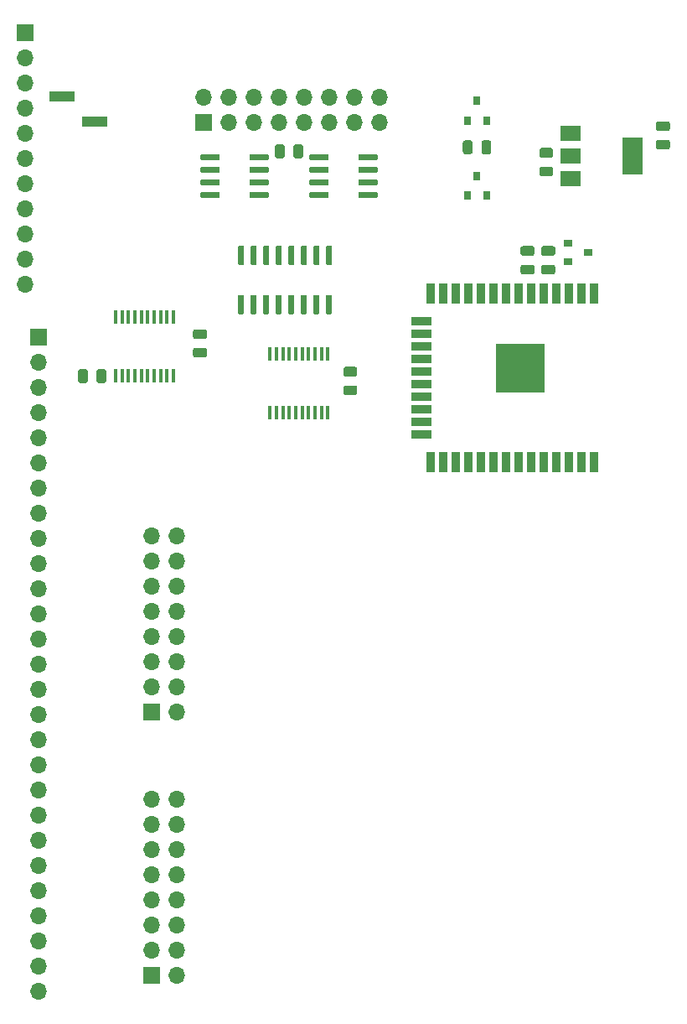
<source format=gbr>
G04 #@! TF.GenerationSoftware,KiCad,Pcbnew,5.1.5+dfsg1-2build2*
G04 #@! TF.CreationDate,2021-11-13T08:57:07+00:00*
G04 #@! TF.ProjectId,psion-org2-power,7073696f-6e2d-46f7-9267-322d706f7765,rev?*
G04 #@! TF.SameCoordinates,Original*
G04 #@! TF.FileFunction,Soldermask,Top*
G04 #@! TF.FilePolarity,Negative*
%FSLAX46Y46*%
G04 Gerber Fmt 4.6, Leading zero omitted, Abs format (unit mm)*
G04 Created by KiCad (PCBNEW 5.1.5+dfsg1-2build2) date 2021-11-13 08:57:07*
%MOMM*%
%LPD*%
G04 APERTURE LIST*
%ADD10R,0.450000X1.450000*%
%ADD11C,0.100000*%
%ADD12R,0.800000X0.900000*%
%ADD13R,2.510000X1.000000*%
%ADD14O,1.700000X1.700000*%
%ADD15R,1.700000X1.700000*%
%ADD16R,2.000000X1.500000*%
%ADD17R,2.000000X3.800000*%
%ADD18R,0.900000X0.800000*%
%ADD19R,0.900000X2.000000*%
%ADD20R,2.000000X0.900000*%
%ADD21R,5.000000X5.000000*%
G04 APERTURE END LIST*
D10*
X89975000Y-60050000D03*
X90625000Y-60050000D03*
X91275000Y-60050000D03*
X91925000Y-60050000D03*
X92575000Y-60050000D03*
X93225000Y-60050000D03*
X93875000Y-60050000D03*
X94525000Y-60050000D03*
X95175000Y-60050000D03*
X95825000Y-60050000D03*
X95825000Y-65950000D03*
X95175000Y-65950000D03*
X94525000Y-65950000D03*
X93875000Y-65950000D03*
X93225000Y-65950000D03*
X92575000Y-65950000D03*
X91925000Y-65950000D03*
X91275000Y-65950000D03*
X90625000Y-65950000D03*
X89975000Y-65950000D03*
D11*
G36*
X108705142Y-42601174D02*
G01*
X108728803Y-42604684D01*
X108752007Y-42610496D01*
X108774529Y-42618554D01*
X108796153Y-42628782D01*
X108816670Y-42641079D01*
X108835883Y-42655329D01*
X108853607Y-42671393D01*
X108869671Y-42689117D01*
X108883921Y-42708330D01*
X108896218Y-42728847D01*
X108906446Y-42750471D01*
X108914504Y-42772993D01*
X108920316Y-42796197D01*
X108923826Y-42819858D01*
X108925000Y-42843750D01*
X108925000Y-43756250D01*
X108923826Y-43780142D01*
X108920316Y-43803803D01*
X108914504Y-43827007D01*
X108906446Y-43849529D01*
X108896218Y-43871153D01*
X108883921Y-43891670D01*
X108869671Y-43910883D01*
X108853607Y-43928607D01*
X108835883Y-43944671D01*
X108816670Y-43958921D01*
X108796153Y-43971218D01*
X108774529Y-43981446D01*
X108752007Y-43989504D01*
X108728803Y-43995316D01*
X108705142Y-43998826D01*
X108681250Y-44000000D01*
X108193750Y-44000000D01*
X108169858Y-43998826D01*
X108146197Y-43995316D01*
X108122993Y-43989504D01*
X108100471Y-43981446D01*
X108078847Y-43971218D01*
X108058330Y-43958921D01*
X108039117Y-43944671D01*
X108021393Y-43928607D01*
X108005329Y-43910883D01*
X107991079Y-43891670D01*
X107978782Y-43871153D01*
X107968554Y-43849529D01*
X107960496Y-43827007D01*
X107954684Y-43803803D01*
X107951174Y-43780142D01*
X107950000Y-43756250D01*
X107950000Y-42843750D01*
X107951174Y-42819858D01*
X107954684Y-42796197D01*
X107960496Y-42772993D01*
X107968554Y-42750471D01*
X107978782Y-42728847D01*
X107991079Y-42708330D01*
X108005329Y-42689117D01*
X108021393Y-42671393D01*
X108039117Y-42655329D01*
X108058330Y-42641079D01*
X108078847Y-42628782D01*
X108100471Y-42618554D01*
X108122993Y-42610496D01*
X108146197Y-42604684D01*
X108169858Y-42601174D01*
X108193750Y-42600000D01*
X108681250Y-42600000D01*
X108705142Y-42601174D01*
G37*
G36*
X106830142Y-42601174D02*
G01*
X106853803Y-42604684D01*
X106877007Y-42610496D01*
X106899529Y-42618554D01*
X106921153Y-42628782D01*
X106941670Y-42641079D01*
X106960883Y-42655329D01*
X106978607Y-42671393D01*
X106994671Y-42689117D01*
X107008921Y-42708330D01*
X107021218Y-42728847D01*
X107031446Y-42750471D01*
X107039504Y-42772993D01*
X107045316Y-42796197D01*
X107048826Y-42819858D01*
X107050000Y-42843750D01*
X107050000Y-43756250D01*
X107048826Y-43780142D01*
X107045316Y-43803803D01*
X107039504Y-43827007D01*
X107031446Y-43849529D01*
X107021218Y-43871153D01*
X107008921Y-43891670D01*
X106994671Y-43910883D01*
X106978607Y-43928607D01*
X106960883Y-43944671D01*
X106941670Y-43958921D01*
X106921153Y-43971218D01*
X106899529Y-43981446D01*
X106877007Y-43989504D01*
X106853803Y-43995316D01*
X106830142Y-43998826D01*
X106806250Y-44000000D01*
X106318750Y-44000000D01*
X106294858Y-43998826D01*
X106271197Y-43995316D01*
X106247993Y-43989504D01*
X106225471Y-43981446D01*
X106203847Y-43971218D01*
X106183330Y-43958921D01*
X106164117Y-43944671D01*
X106146393Y-43928607D01*
X106130329Y-43910883D01*
X106116079Y-43891670D01*
X106103782Y-43871153D01*
X106093554Y-43849529D01*
X106085496Y-43827007D01*
X106079684Y-43803803D01*
X106076174Y-43780142D01*
X106075000Y-43756250D01*
X106075000Y-42843750D01*
X106076174Y-42819858D01*
X106079684Y-42796197D01*
X106085496Y-42772993D01*
X106093554Y-42750471D01*
X106103782Y-42728847D01*
X106116079Y-42708330D01*
X106130329Y-42689117D01*
X106146393Y-42671393D01*
X106164117Y-42655329D01*
X106183330Y-42641079D01*
X106203847Y-42628782D01*
X106225471Y-42618554D01*
X106247993Y-42610496D01*
X106271197Y-42604684D01*
X106294858Y-42601174D01*
X106318750Y-42600000D01*
X106806250Y-42600000D01*
X106830142Y-42601174D01*
G37*
D10*
X111425000Y-69650000D03*
X110775000Y-69650000D03*
X110125000Y-69650000D03*
X109475000Y-69650000D03*
X108825000Y-69650000D03*
X108175000Y-69650000D03*
X107525000Y-69650000D03*
X106875000Y-69650000D03*
X106225000Y-69650000D03*
X105575000Y-69650000D03*
X105575000Y-63750000D03*
X106225000Y-63750000D03*
X106875000Y-63750000D03*
X107525000Y-63750000D03*
X108175000Y-63750000D03*
X108825000Y-63750000D03*
X109475000Y-63750000D03*
X110125000Y-63750000D03*
X110775000Y-63750000D03*
X111425000Y-63750000D03*
D12*
X126500000Y-38200000D03*
X127450000Y-40200000D03*
X125550000Y-40200000D03*
X126500000Y-45800000D03*
X127450000Y-47800000D03*
X125550000Y-47800000D03*
D11*
G36*
X125830142Y-42201174D02*
G01*
X125853803Y-42204684D01*
X125877007Y-42210496D01*
X125899529Y-42218554D01*
X125921153Y-42228782D01*
X125941670Y-42241079D01*
X125960883Y-42255329D01*
X125978607Y-42271393D01*
X125994671Y-42289117D01*
X126008921Y-42308330D01*
X126021218Y-42328847D01*
X126031446Y-42350471D01*
X126039504Y-42372993D01*
X126045316Y-42396197D01*
X126048826Y-42419858D01*
X126050000Y-42443750D01*
X126050000Y-43356250D01*
X126048826Y-43380142D01*
X126045316Y-43403803D01*
X126039504Y-43427007D01*
X126031446Y-43449529D01*
X126021218Y-43471153D01*
X126008921Y-43491670D01*
X125994671Y-43510883D01*
X125978607Y-43528607D01*
X125960883Y-43544671D01*
X125941670Y-43558921D01*
X125921153Y-43571218D01*
X125899529Y-43581446D01*
X125877007Y-43589504D01*
X125853803Y-43595316D01*
X125830142Y-43598826D01*
X125806250Y-43600000D01*
X125318750Y-43600000D01*
X125294858Y-43598826D01*
X125271197Y-43595316D01*
X125247993Y-43589504D01*
X125225471Y-43581446D01*
X125203847Y-43571218D01*
X125183330Y-43558921D01*
X125164117Y-43544671D01*
X125146393Y-43528607D01*
X125130329Y-43510883D01*
X125116079Y-43491670D01*
X125103782Y-43471153D01*
X125093554Y-43449529D01*
X125085496Y-43427007D01*
X125079684Y-43403803D01*
X125076174Y-43380142D01*
X125075000Y-43356250D01*
X125075000Y-42443750D01*
X125076174Y-42419858D01*
X125079684Y-42396197D01*
X125085496Y-42372993D01*
X125093554Y-42350471D01*
X125103782Y-42328847D01*
X125116079Y-42308330D01*
X125130329Y-42289117D01*
X125146393Y-42271393D01*
X125164117Y-42255329D01*
X125183330Y-42241079D01*
X125203847Y-42228782D01*
X125225471Y-42218554D01*
X125247993Y-42210496D01*
X125271197Y-42204684D01*
X125294858Y-42201174D01*
X125318750Y-42200000D01*
X125806250Y-42200000D01*
X125830142Y-42201174D01*
G37*
G36*
X127705142Y-42201174D02*
G01*
X127728803Y-42204684D01*
X127752007Y-42210496D01*
X127774529Y-42218554D01*
X127796153Y-42228782D01*
X127816670Y-42241079D01*
X127835883Y-42255329D01*
X127853607Y-42271393D01*
X127869671Y-42289117D01*
X127883921Y-42308330D01*
X127896218Y-42328847D01*
X127906446Y-42350471D01*
X127914504Y-42372993D01*
X127920316Y-42396197D01*
X127923826Y-42419858D01*
X127925000Y-42443750D01*
X127925000Y-43356250D01*
X127923826Y-43380142D01*
X127920316Y-43403803D01*
X127914504Y-43427007D01*
X127906446Y-43449529D01*
X127896218Y-43471153D01*
X127883921Y-43491670D01*
X127869671Y-43510883D01*
X127853607Y-43528607D01*
X127835883Y-43544671D01*
X127816670Y-43558921D01*
X127796153Y-43571218D01*
X127774529Y-43581446D01*
X127752007Y-43589504D01*
X127728803Y-43595316D01*
X127705142Y-43598826D01*
X127681250Y-43600000D01*
X127193750Y-43600000D01*
X127169858Y-43598826D01*
X127146197Y-43595316D01*
X127122993Y-43589504D01*
X127100471Y-43581446D01*
X127078847Y-43571218D01*
X127058330Y-43558921D01*
X127039117Y-43544671D01*
X127021393Y-43528607D01*
X127005329Y-43510883D01*
X126991079Y-43491670D01*
X126978782Y-43471153D01*
X126968554Y-43449529D01*
X126960496Y-43427007D01*
X126954684Y-43403803D01*
X126951174Y-43380142D01*
X126950000Y-43356250D01*
X126950000Y-42443750D01*
X126951174Y-42419858D01*
X126954684Y-42396197D01*
X126960496Y-42372993D01*
X126968554Y-42350471D01*
X126978782Y-42328847D01*
X126991079Y-42308330D01*
X127005329Y-42289117D01*
X127021393Y-42271393D01*
X127039117Y-42255329D01*
X127058330Y-42241079D01*
X127078847Y-42228782D01*
X127100471Y-42218554D01*
X127122993Y-42210496D01*
X127146197Y-42204684D01*
X127169858Y-42201174D01*
X127193750Y-42200000D01*
X127681250Y-42200000D01*
X127705142Y-42201174D01*
G37*
D13*
X87855000Y-40270000D03*
X84545000Y-37730000D03*
D14*
X116680000Y-37860000D03*
X116680000Y-40400000D03*
X114140000Y-37860000D03*
X114140000Y-40400000D03*
X111600000Y-37860000D03*
X111600000Y-40400000D03*
X109060000Y-37860000D03*
X109060000Y-40400000D03*
X106520000Y-37860000D03*
X106520000Y-40400000D03*
X103980000Y-37860000D03*
X103980000Y-40400000D03*
X101440000Y-37860000D03*
X101440000Y-40400000D03*
X98900000Y-37860000D03*
D15*
X98900000Y-40400000D03*
D14*
X96140000Y-108720000D03*
X93600000Y-108720000D03*
X96140000Y-111260000D03*
X93600000Y-111260000D03*
X96140000Y-113800000D03*
X93600000Y-113800000D03*
X96140000Y-116340000D03*
X93600000Y-116340000D03*
X96140000Y-118880000D03*
X93600000Y-118880000D03*
X96140000Y-121420000D03*
X93600000Y-121420000D03*
X96140000Y-123960000D03*
X93600000Y-123960000D03*
X96140000Y-126500000D03*
D15*
X93600000Y-126500000D03*
D14*
X96190000Y-82120000D03*
X93650000Y-82120000D03*
X96190000Y-84660000D03*
X93650000Y-84660000D03*
X96190000Y-87200000D03*
X93650000Y-87200000D03*
X96190000Y-89740000D03*
X93650000Y-89740000D03*
X96190000Y-92280000D03*
X93650000Y-92280000D03*
X96190000Y-94820000D03*
X93650000Y-94820000D03*
X96190000Y-97360000D03*
X93650000Y-97360000D03*
X96190000Y-99900000D03*
D15*
X93650000Y-99900000D03*
D11*
G36*
X116314703Y-43595722D02*
G01*
X116329264Y-43597882D01*
X116343543Y-43601459D01*
X116357403Y-43606418D01*
X116370710Y-43612712D01*
X116383336Y-43620280D01*
X116395159Y-43629048D01*
X116406066Y-43638934D01*
X116415952Y-43649841D01*
X116424720Y-43661664D01*
X116432288Y-43674290D01*
X116438582Y-43687597D01*
X116443541Y-43701457D01*
X116447118Y-43715736D01*
X116449278Y-43730297D01*
X116450000Y-43745000D01*
X116450000Y-44045000D01*
X116449278Y-44059703D01*
X116447118Y-44074264D01*
X116443541Y-44088543D01*
X116438582Y-44102403D01*
X116432288Y-44115710D01*
X116424720Y-44128336D01*
X116415952Y-44140159D01*
X116406066Y-44151066D01*
X116395159Y-44160952D01*
X116383336Y-44169720D01*
X116370710Y-44177288D01*
X116357403Y-44183582D01*
X116343543Y-44188541D01*
X116329264Y-44192118D01*
X116314703Y-44194278D01*
X116300000Y-44195000D01*
X114650000Y-44195000D01*
X114635297Y-44194278D01*
X114620736Y-44192118D01*
X114606457Y-44188541D01*
X114592597Y-44183582D01*
X114579290Y-44177288D01*
X114566664Y-44169720D01*
X114554841Y-44160952D01*
X114543934Y-44151066D01*
X114534048Y-44140159D01*
X114525280Y-44128336D01*
X114517712Y-44115710D01*
X114511418Y-44102403D01*
X114506459Y-44088543D01*
X114502882Y-44074264D01*
X114500722Y-44059703D01*
X114500000Y-44045000D01*
X114500000Y-43745000D01*
X114500722Y-43730297D01*
X114502882Y-43715736D01*
X114506459Y-43701457D01*
X114511418Y-43687597D01*
X114517712Y-43674290D01*
X114525280Y-43661664D01*
X114534048Y-43649841D01*
X114543934Y-43638934D01*
X114554841Y-43629048D01*
X114566664Y-43620280D01*
X114579290Y-43612712D01*
X114592597Y-43606418D01*
X114606457Y-43601459D01*
X114620736Y-43597882D01*
X114635297Y-43595722D01*
X114650000Y-43595000D01*
X116300000Y-43595000D01*
X116314703Y-43595722D01*
G37*
G36*
X116314703Y-44865722D02*
G01*
X116329264Y-44867882D01*
X116343543Y-44871459D01*
X116357403Y-44876418D01*
X116370710Y-44882712D01*
X116383336Y-44890280D01*
X116395159Y-44899048D01*
X116406066Y-44908934D01*
X116415952Y-44919841D01*
X116424720Y-44931664D01*
X116432288Y-44944290D01*
X116438582Y-44957597D01*
X116443541Y-44971457D01*
X116447118Y-44985736D01*
X116449278Y-45000297D01*
X116450000Y-45015000D01*
X116450000Y-45315000D01*
X116449278Y-45329703D01*
X116447118Y-45344264D01*
X116443541Y-45358543D01*
X116438582Y-45372403D01*
X116432288Y-45385710D01*
X116424720Y-45398336D01*
X116415952Y-45410159D01*
X116406066Y-45421066D01*
X116395159Y-45430952D01*
X116383336Y-45439720D01*
X116370710Y-45447288D01*
X116357403Y-45453582D01*
X116343543Y-45458541D01*
X116329264Y-45462118D01*
X116314703Y-45464278D01*
X116300000Y-45465000D01*
X114650000Y-45465000D01*
X114635297Y-45464278D01*
X114620736Y-45462118D01*
X114606457Y-45458541D01*
X114592597Y-45453582D01*
X114579290Y-45447288D01*
X114566664Y-45439720D01*
X114554841Y-45430952D01*
X114543934Y-45421066D01*
X114534048Y-45410159D01*
X114525280Y-45398336D01*
X114517712Y-45385710D01*
X114511418Y-45372403D01*
X114506459Y-45358543D01*
X114502882Y-45344264D01*
X114500722Y-45329703D01*
X114500000Y-45315000D01*
X114500000Y-45015000D01*
X114500722Y-45000297D01*
X114502882Y-44985736D01*
X114506459Y-44971457D01*
X114511418Y-44957597D01*
X114517712Y-44944290D01*
X114525280Y-44931664D01*
X114534048Y-44919841D01*
X114543934Y-44908934D01*
X114554841Y-44899048D01*
X114566664Y-44890280D01*
X114579290Y-44882712D01*
X114592597Y-44876418D01*
X114606457Y-44871459D01*
X114620736Y-44867882D01*
X114635297Y-44865722D01*
X114650000Y-44865000D01*
X116300000Y-44865000D01*
X116314703Y-44865722D01*
G37*
G36*
X116314703Y-46135722D02*
G01*
X116329264Y-46137882D01*
X116343543Y-46141459D01*
X116357403Y-46146418D01*
X116370710Y-46152712D01*
X116383336Y-46160280D01*
X116395159Y-46169048D01*
X116406066Y-46178934D01*
X116415952Y-46189841D01*
X116424720Y-46201664D01*
X116432288Y-46214290D01*
X116438582Y-46227597D01*
X116443541Y-46241457D01*
X116447118Y-46255736D01*
X116449278Y-46270297D01*
X116450000Y-46285000D01*
X116450000Y-46585000D01*
X116449278Y-46599703D01*
X116447118Y-46614264D01*
X116443541Y-46628543D01*
X116438582Y-46642403D01*
X116432288Y-46655710D01*
X116424720Y-46668336D01*
X116415952Y-46680159D01*
X116406066Y-46691066D01*
X116395159Y-46700952D01*
X116383336Y-46709720D01*
X116370710Y-46717288D01*
X116357403Y-46723582D01*
X116343543Y-46728541D01*
X116329264Y-46732118D01*
X116314703Y-46734278D01*
X116300000Y-46735000D01*
X114650000Y-46735000D01*
X114635297Y-46734278D01*
X114620736Y-46732118D01*
X114606457Y-46728541D01*
X114592597Y-46723582D01*
X114579290Y-46717288D01*
X114566664Y-46709720D01*
X114554841Y-46700952D01*
X114543934Y-46691066D01*
X114534048Y-46680159D01*
X114525280Y-46668336D01*
X114517712Y-46655710D01*
X114511418Y-46642403D01*
X114506459Y-46628543D01*
X114502882Y-46614264D01*
X114500722Y-46599703D01*
X114500000Y-46585000D01*
X114500000Y-46285000D01*
X114500722Y-46270297D01*
X114502882Y-46255736D01*
X114506459Y-46241457D01*
X114511418Y-46227597D01*
X114517712Y-46214290D01*
X114525280Y-46201664D01*
X114534048Y-46189841D01*
X114543934Y-46178934D01*
X114554841Y-46169048D01*
X114566664Y-46160280D01*
X114579290Y-46152712D01*
X114592597Y-46146418D01*
X114606457Y-46141459D01*
X114620736Y-46137882D01*
X114635297Y-46135722D01*
X114650000Y-46135000D01*
X116300000Y-46135000D01*
X116314703Y-46135722D01*
G37*
G36*
X116314703Y-47405722D02*
G01*
X116329264Y-47407882D01*
X116343543Y-47411459D01*
X116357403Y-47416418D01*
X116370710Y-47422712D01*
X116383336Y-47430280D01*
X116395159Y-47439048D01*
X116406066Y-47448934D01*
X116415952Y-47459841D01*
X116424720Y-47471664D01*
X116432288Y-47484290D01*
X116438582Y-47497597D01*
X116443541Y-47511457D01*
X116447118Y-47525736D01*
X116449278Y-47540297D01*
X116450000Y-47555000D01*
X116450000Y-47855000D01*
X116449278Y-47869703D01*
X116447118Y-47884264D01*
X116443541Y-47898543D01*
X116438582Y-47912403D01*
X116432288Y-47925710D01*
X116424720Y-47938336D01*
X116415952Y-47950159D01*
X116406066Y-47961066D01*
X116395159Y-47970952D01*
X116383336Y-47979720D01*
X116370710Y-47987288D01*
X116357403Y-47993582D01*
X116343543Y-47998541D01*
X116329264Y-48002118D01*
X116314703Y-48004278D01*
X116300000Y-48005000D01*
X114650000Y-48005000D01*
X114635297Y-48004278D01*
X114620736Y-48002118D01*
X114606457Y-47998541D01*
X114592597Y-47993582D01*
X114579290Y-47987288D01*
X114566664Y-47979720D01*
X114554841Y-47970952D01*
X114543934Y-47961066D01*
X114534048Y-47950159D01*
X114525280Y-47938336D01*
X114517712Y-47925710D01*
X114511418Y-47912403D01*
X114506459Y-47898543D01*
X114502882Y-47884264D01*
X114500722Y-47869703D01*
X114500000Y-47855000D01*
X114500000Y-47555000D01*
X114500722Y-47540297D01*
X114502882Y-47525736D01*
X114506459Y-47511457D01*
X114511418Y-47497597D01*
X114517712Y-47484290D01*
X114525280Y-47471664D01*
X114534048Y-47459841D01*
X114543934Y-47448934D01*
X114554841Y-47439048D01*
X114566664Y-47430280D01*
X114579290Y-47422712D01*
X114592597Y-47416418D01*
X114606457Y-47411459D01*
X114620736Y-47407882D01*
X114635297Y-47405722D01*
X114650000Y-47405000D01*
X116300000Y-47405000D01*
X116314703Y-47405722D01*
G37*
G36*
X111364703Y-47405722D02*
G01*
X111379264Y-47407882D01*
X111393543Y-47411459D01*
X111407403Y-47416418D01*
X111420710Y-47422712D01*
X111433336Y-47430280D01*
X111445159Y-47439048D01*
X111456066Y-47448934D01*
X111465952Y-47459841D01*
X111474720Y-47471664D01*
X111482288Y-47484290D01*
X111488582Y-47497597D01*
X111493541Y-47511457D01*
X111497118Y-47525736D01*
X111499278Y-47540297D01*
X111500000Y-47555000D01*
X111500000Y-47855000D01*
X111499278Y-47869703D01*
X111497118Y-47884264D01*
X111493541Y-47898543D01*
X111488582Y-47912403D01*
X111482288Y-47925710D01*
X111474720Y-47938336D01*
X111465952Y-47950159D01*
X111456066Y-47961066D01*
X111445159Y-47970952D01*
X111433336Y-47979720D01*
X111420710Y-47987288D01*
X111407403Y-47993582D01*
X111393543Y-47998541D01*
X111379264Y-48002118D01*
X111364703Y-48004278D01*
X111350000Y-48005000D01*
X109700000Y-48005000D01*
X109685297Y-48004278D01*
X109670736Y-48002118D01*
X109656457Y-47998541D01*
X109642597Y-47993582D01*
X109629290Y-47987288D01*
X109616664Y-47979720D01*
X109604841Y-47970952D01*
X109593934Y-47961066D01*
X109584048Y-47950159D01*
X109575280Y-47938336D01*
X109567712Y-47925710D01*
X109561418Y-47912403D01*
X109556459Y-47898543D01*
X109552882Y-47884264D01*
X109550722Y-47869703D01*
X109550000Y-47855000D01*
X109550000Y-47555000D01*
X109550722Y-47540297D01*
X109552882Y-47525736D01*
X109556459Y-47511457D01*
X109561418Y-47497597D01*
X109567712Y-47484290D01*
X109575280Y-47471664D01*
X109584048Y-47459841D01*
X109593934Y-47448934D01*
X109604841Y-47439048D01*
X109616664Y-47430280D01*
X109629290Y-47422712D01*
X109642597Y-47416418D01*
X109656457Y-47411459D01*
X109670736Y-47407882D01*
X109685297Y-47405722D01*
X109700000Y-47405000D01*
X111350000Y-47405000D01*
X111364703Y-47405722D01*
G37*
G36*
X111364703Y-46135722D02*
G01*
X111379264Y-46137882D01*
X111393543Y-46141459D01*
X111407403Y-46146418D01*
X111420710Y-46152712D01*
X111433336Y-46160280D01*
X111445159Y-46169048D01*
X111456066Y-46178934D01*
X111465952Y-46189841D01*
X111474720Y-46201664D01*
X111482288Y-46214290D01*
X111488582Y-46227597D01*
X111493541Y-46241457D01*
X111497118Y-46255736D01*
X111499278Y-46270297D01*
X111500000Y-46285000D01*
X111500000Y-46585000D01*
X111499278Y-46599703D01*
X111497118Y-46614264D01*
X111493541Y-46628543D01*
X111488582Y-46642403D01*
X111482288Y-46655710D01*
X111474720Y-46668336D01*
X111465952Y-46680159D01*
X111456066Y-46691066D01*
X111445159Y-46700952D01*
X111433336Y-46709720D01*
X111420710Y-46717288D01*
X111407403Y-46723582D01*
X111393543Y-46728541D01*
X111379264Y-46732118D01*
X111364703Y-46734278D01*
X111350000Y-46735000D01*
X109700000Y-46735000D01*
X109685297Y-46734278D01*
X109670736Y-46732118D01*
X109656457Y-46728541D01*
X109642597Y-46723582D01*
X109629290Y-46717288D01*
X109616664Y-46709720D01*
X109604841Y-46700952D01*
X109593934Y-46691066D01*
X109584048Y-46680159D01*
X109575280Y-46668336D01*
X109567712Y-46655710D01*
X109561418Y-46642403D01*
X109556459Y-46628543D01*
X109552882Y-46614264D01*
X109550722Y-46599703D01*
X109550000Y-46585000D01*
X109550000Y-46285000D01*
X109550722Y-46270297D01*
X109552882Y-46255736D01*
X109556459Y-46241457D01*
X109561418Y-46227597D01*
X109567712Y-46214290D01*
X109575280Y-46201664D01*
X109584048Y-46189841D01*
X109593934Y-46178934D01*
X109604841Y-46169048D01*
X109616664Y-46160280D01*
X109629290Y-46152712D01*
X109642597Y-46146418D01*
X109656457Y-46141459D01*
X109670736Y-46137882D01*
X109685297Y-46135722D01*
X109700000Y-46135000D01*
X111350000Y-46135000D01*
X111364703Y-46135722D01*
G37*
G36*
X111364703Y-44865722D02*
G01*
X111379264Y-44867882D01*
X111393543Y-44871459D01*
X111407403Y-44876418D01*
X111420710Y-44882712D01*
X111433336Y-44890280D01*
X111445159Y-44899048D01*
X111456066Y-44908934D01*
X111465952Y-44919841D01*
X111474720Y-44931664D01*
X111482288Y-44944290D01*
X111488582Y-44957597D01*
X111493541Y-44971457D01*
X111497118Y-44985736D01*
X111499278Y-45000297D01*
X111500000Y-45015000D01*
X111500000Y-45315000D01*
X111499278Y-45329703D01*
X111497118Y-45344264D01*
X111493541Y-45358543D01*
X111488582Y-45372403D01*
X111482288Y-45385710D01*
X111474720Y-45398336D01*
X111465952Y-45410159D01*
X111456066Y-45421066D01*
X111445159Y-45430952D01*
X111433336Y-45439720D01*
X111420710Y-45447288D01*
X111407403Y-45453582D01*
X111393543Y-45458541D01*
X111379264Y-45462118D01*
X111364703Y-45464278D01*
X111350000Y-45465000D01*
X109700000Y-45465000D01*
X109685297Y-45464278D01*
X109670736Y-45462118D01*
X109656457Y-45458541D01*
X109642597Y-45453582D01*
X109629290Y-45447288D01*
X109616664Y-45439720D01*
X109604841Y-45430952D01*
X109593934Y-45421066D01*
X109584048Y-45410159D01*
X109575280Y-45398336D01*
X109567712Y-45385710D01*
X109561418Y-45372403D01*
X109556459Y-45358543D01*
X109552882Y-45344264D01*
X109550722Y-45329703D01*
X109550000Y-45315000D01*
X109550000Y-45015000D01*
X109550722Y-45000297D01*
X109552882Y-44985736D01*
X109556459Y-44971457D01*
X109561418Y-44957597D01*
X109567712Y-44944290D01*
X109575280Y-44931664D01*
X109584048Y-44919841D01*
X109593934Y-44908934D01*
X109604841Y-44899048D01*
X109616664Y-44890280D01*
X109629290Y-44882712D01*
X109642597Y-44876418D01*
X109656457Y-44871459D01*
X109670736Y-44867882D01*
X109685297Y-44865722D01*
X109700000Y-44865000D01*
X111350000Y-44865000D01*
X111364703Y-44865722D01*
G37*
G36*
X111364703Y-43595722D02*
G01*
X111379264Y-43597882D01*
X111393543Y-43601459D01*
X111407403Y-43606418D01*
X111420710Y-43612712D01*
X111433336Y-43620280D01*
X111445159Y-43629048D01*
X111456066Y-43638934D01*
X111465952Y-43649841D01*
X111474720Y-43661664D01*
X111482288Y-43674290D01*
X111488582Y-43687597D01*
X111493541Y-43701457D01*
X111497118Y-43715736D01*
X111499278Y-43730297D01*
X111500000Y-43745000D01*
X111500000Y-44045000D01*
X111499278Y-44059703D01*
X111497118Y-44074264D01*
X111493541Y-44088543D01*
X111488582Y-44102403D01*
X111482288Y-44115710D01*
X111474720Y-44128336D01*
X111465952Y-44140159D01*
X111456066Y-44151066D01*
X111445159Y-44160952D01*
X111433336Y-44169720D01*
X111420710Y-44177288D01*
X111407403Y-44183582D01*
X111393543Y-44188541D01*
X111379264Y-44192118D01*
X111364703Y-44194278D01*
X111350000Y-44195000D01*
X109700000Y-44195000D01*
X109685297Y-44194278D01*
X109670736Y-44192118D01*
X109656457Y-44188541D01*
X109642597Y-44183582D01*
X109629290Y-44177288D01*
X109616664Y-44169720D01*
X109604841Y-44160952D01*
X109593934Y-44151066D01*
X109584048Y-44140159D01*
X109575280Y-44128336D01*
X109567712Y-44115710D01*
X109561418Y-44102403D01*
X109556459Y-44088543D01*
X109552882Y-44074264D01*
X109550722Y-44059703D01*
X109550000Y-44045000D01*
X109550000Y-43745000D01*
X109550722Y-43730297D01*
X109552882Y-43715736D01*
X109556459Y-43701457D01*
X109561418Y-43687597D01*
X109567712Y-43674290D01*
X109575280Y-43661664D01*
X109584048Y-43649841D01*
X109593934Y-43638934D01*
X109604841Y-43629048D01*
X109616664Y-43620280D01*
X109629290Y-43612712D01*
X109642597Y-43606418D01*
X109656457Y-43601459D01*
X109670736Y-43597882D01*
X109685297Y-43595722D01*
X109700000Y-43595000D01*
X111350000Y-43595000D01*
X111364703Y-43595722D01*
G37*
G36*
X105314703Y-43595722D02*
G01*
X105329264Y-43597882D01*
X105343543Y-43601459D01*
X105357403Y-43606418D01*
X105370710Y-43612712D01*
X105383336Y-43620280D01*
X105395159Y-43629048D01*
X105406066Y-43638934D01*
X105415952Y-43649841D01*
X105424720Y-43661664D01*
X105432288Y-43674290D01*
X105438582Y-43687597D01*
X105443541Y-43701457D01*
X105447118Y-43715736D01*
X105449278Y-43730297D01*
X105450000Y-43745000D01*
X105450000Y-44045000D01*
X105449278Y-44059703D01*
X105447118Y-44074264D01*
X105443541Y-44088543D01*
X105438582Y-44102403D01*
X105432288Y-44115710D01*
X105424720Y-44128336D01*
X105415952Y-44140159D01*
X105406066Y-44151066D01*
X105395159Y-44160952D01*
X105383336Y-44169720D01*
X105370710Y-44177288D01*
X105357403Y-44183582D01*
X105343543Y-44188541D01*
X105329264Y-44192118D01*
X105314703Y-44194278D01*
X105300000Y-44195000D01*
X103650000Y-44195000D01*
X103635297Y-44194278D01*
X103620736Y-44192118D01*
X103606457Y-44188541D01*
X103592597Y-44183582D01*
X103579290Y-44177288D01*
X103566664Y-44169720D01*
X103554841Y-44160952D01*
X103543934Y-44151066D01*
X103534048Y-44140159D01*
X103525280Y-44128336D01*
X103517712Y-44115710D01*
X103511418Y-44102403D01*
X103506459Y-44088543D01*
X103502882Y-44074264D01*
X103500722Y-44059703D01*
X103500000Y-44045000D01*
X103500000Y-43745000D01*
X103500722Y-43730297D01*
X103502882Y-43715736D01*
X103506459Y-43701457D01*
X103511418Y-43687597D01*
X103517712Y-43674290D01*
X103525280Y-43661664D01*
X103534048Y-43649841D01*
X103543934Y-43638934D01*
X103554841Y-43629048D01*
X103566664Y-43620280D01*
X103579290Y-43612712D01*
X103592597Y-43606418D01*
X103606457Y-43601459D01*
X103620736Y-43597882D01*
X103635297Y-43595722D01*
X103650000Y-43595000D01*
X105300000Y-43595000D01*
X105314703Y-43595722D01*
G37*
G36*
X105314703Y-44865722D02*
G01*
X105329264Y-44867882D01*
X105343543Y-44871459D01*
X105357403Y-44876418D01*
X105370710Y-44882712D01*
X105383336Y-44890280D01*
X105395159Y-44899048D01*
X105406066Y-44908934D01*
X105415952Y-44919841D01*
X105424720Y-44931664D01*
X105432288Y-44944290D01*
X105438582Y-44957597D01*
X105443541Y-44971457D01*
X105447118Y-44985736D01*
X105449278Y-45000297D01*
X105450000Y-45015000D01*
X105450000Y-45315000D01*
X105449278Y-45329703D01*
X105447118Y-45344264D01*
X105443541Y-45358543D01*
X105438582Y-45372403D01*
X105432288Y-45385710D01*
X105424720Y-45398336D01*
X105415952Y-45410159D01*
X105406066Y-45421066D01*
X105395159Y-45430952D01*
X105383336Y-45439720D01*
X105370710Y-45447288D01*
X105357403Y-45453582D01*
X105343543Y-45458541D01*
X105329264Y-45462118D01*
X105314703Y-45464278D01*
X105300000Y-45465000D01*
X103650000Y-45465000D01*
X103635297Y-45464278D01*
X103620736Y-45462118D01*
X103606457Y-45458541D01*
X103592597Y-45453582D01*
X103579290Y-45447288D01*
X103566664Y-45439720D01*
X103554841Y-45430952D01*
X103543934Y-45421066D01*
X103534048Y-45410159D01*
X103525280Y-45398336D01*
X103517712Y-45385710D01*
X103511418Y-45372403D01*
X103506459Y-45358543D01*
X103502882Y-45344264D01*
X103500722Y-45329703D01*
X103500000Y-45315000D01*
X103500000Y-45015000D01*
X103500722Y-45000297D01*
X103502882Y-44985736D01*
X103506459Y-44971457D01*
X103511418Y-44957597D01*
X103517712Y-44944290D01*
X103525280Y-44931664D01*
X103534048Y-44919841D01*
X103543934Y-44908934D01*
X103554841Y-44899048D01*
X103566664Y-44890280D01*
X103579290Y-44882712D01*
X103592597Y-44876418D01*
X103606457Y-44871459D01*
X103620736Y-44867882D01*
X103635297Y-44865722D01*
X103650000Y-44865000D01*
X105300000Y-44865000D01*
X105314703Y-44865722D01*
G37*
G36*
X105314703Y-46135722D02*
G01*
X105329264Y-46137882D01*
X105343543Y-46141459D01*
X105357403Y-46146418D01*
X105370710Y-46152712D01*
X105383336Y-46160280D01*
X105395159Y-46169048D01*
X105406066Y-46178934D01*
X105415952Y-46189841D01*
X105424720Y-46201664D01*
X105432288Y-46214290D01*
X105438582Y-46227597D01*
X105443541Y-46241457D01*
X105447118Y-46255736D01*
X105449278Y-46270297D01*
X105450000Y-46285000D01*
X105450000Y-46585000D01*
X105449278Y-46599703D01*
X105447118Y-46614264D01*
X105443541Y-46628543D01*
X105438582Y-46642403D01*
X105432288Y-46655710D01*
X105424720Y-46668336D01*
X105415952Y-46680159D01*
X105406066Y-46691066D01*
X105395159Y-46700952D01*
X105383336Y-46709720D01*
X105370710Y-46717288D01*
X105357403Y-46723582D01*
X105343543Y-46728541D01*
X105329264Y-46732118D01*
X105314703Y-46734278D01*
X105300000Y-46735000D01*
X103650000Y-46735000D01*
X103635297Y-46734278D01*
X103620736Y-46732118D01*
X103606457Y-46728541D01*
X103592597Y-46723582D01*
X103579290Y-46717288D01*
X103566664Y-46709720D01*
X103554841Y-46700952D01*
X103543934Y-46691066D01*
X103534048Y-46680159D01*
X103525280Y-46668336D01*
X103517712Y-46655710D01*
X103511418Y-46642403D01*
X103506459Y-46628543D01*
X103502882Y-46614264D01*
X103500722Y-46599703D01*
X103500000Y-46585000D01*
X103500000Y-46285000D01*
X103500722Y-46270297D01*
X103502882Y-46255736D01*
X103506459Y-46241457D01*
X103511418Y-46227597D01*
X103517712Y-46214290D01*
X103525280Y-46201664D01*
X103534048Y-46189841D01*
X103543934Y-46178934D01*
X103554841Y-46169048D01*
X103566664Y-46160280D01*
X103579290Y-46152712D01*
X103592597Y-46146418D01*
X103606457Y-46141459D01*
X103620736Y-46137882D01*
X103635297Y-46135722D01*
X103650000Y-46135000D01*
X105300000Y-46135000D01*
X105314703Y-46135722D01*
G37*
G36*
X105314703Y-47405722D02*
G01*
X105329264Y-47407882D01*
X105343543Y-47411459D01*
X105357403Y-47416418D01*
X105370710Y-47422712D01*
X105383336Y-47430280D01*
X105395159Y-47439048D01*
X105406066Y-47448934D01*
X105415952Y-47459841D01*
X105424720Y-47471664D01*
X105432288Y-47484290D01*
X105438582Y-47497597D01*
X105443541Y-47511457D01*
X105447118Y-47525736D01*
X105449278Y-47540297D01*
X105450000Y-47555000D01*
X105450000Y-47855000D01*
X105449278Y-47869703D01*
X105447118Y-47884264D01*
X105443541Y-47898543D01*
X105438582Y-47912403D01*
X105432288Y-47925710D01*
X105424720Y-47938336D01*
X105415952Y-47950159D01*
X105406066Y-47961066D01*
X105395159Y-47970952D01*
X105383336Y-47979720D01*
X105370710Y-47987288D01*
X105357403Y-47993582D01*
X105343543Y-47998541D01*
X105329264Y-48002118D01*
X105314703Y-48004278D01*
X105300000Y-48005000D01*
X103650000Y-48005000D01*
X103635297Y-48004278D01*
X103620736Y-48002118D01*
X103606457Y-47998541D01*
X103592597Y-47993582D01*
X103579290Y-47987288D01*
X103566664Y-47979720D01*
X103554841Y-47970952D01*
X103543934Y-47961066D01*
X103534048Y-47950159D01*
X103525280Y-47938336D01*
X103517712Y-47925710D01*
X103511418Y-47912403D01*
X103506459Y-47898543D01*
X103502882Y-47884264D01*
X103500722Y-47869703D01*
X103500000Y-47855000D01*
X103500000Y-47555000D01*
X103500722Y-47540297D01*
X103502882Y-47525736D01*
X103506459Y-47511457D01*
X103511418Y-47497597D01*
X103517712Y-47484290D01*
X103525280Y-47471664D01*
X103534048Y-47459841D01*
X103543934Y-47448934D01*
X103554841Y-47439048D01*
X103566664Y-47430280D01*
X103579290Y-47422712D01*
X103592597Y-47416418D01*
X103606457Y-47411459D01*
X103620736Y-47407882D01*
X103635297Y-47405722D01*
X103650000Y-47405000D01*
X105300000Y-47405000D01*
X105314703Y-47405722D01*
G37*
G36*
X100364703Y-47405722D02*
G01*
X100379264Y-47407882D01*
X100393543Y-47411459D01*
X100407403Y-47416418D01*
X100420710Y-47422712D01*
X100433336Y-47430280D01*
X100445159Y-47439048D01*
X100456066Y-47448934D01*
X100465952Y-47459841D01*
X100474720Y-47471664D01*
X100482288Y-47484290D01*
X100488582Y-47497597D01*
X100493541Y-47511457D01*
X100497118Y-47525736D01*
X100499278Y-47540297D01*
X100500000Y-47555000D01*
X100500000Y-47855000D01*
X100499278Y-47869703D01*
X100497118Y-47884264D01*
X100493541Y-47898543D01*
X100488582Y-47912403D01*
X100482288Y-47925710D01*
X100474720Y-47938336D01*
X100465952Y-47950159D01*
X100456066Y-47961066D01*
X100445159Y-47970952D01*
X100433336Y-47979720D01*
X100420710Y-47987288D01*
X100407403Y-47993582D01*
X100393543Y-47998541D01*
X100379264Y-48002118D01*
X100364703Y-48004278D01*
X100350000Y-48005000D01*
X98700000Y-48005000D01*
X98685297Y-48004278D01*
X98670736Y-48002118D01*
X98656457Y-47998541D01*
X98642597Y-47993582D01*
X98629290Y-47987288D01*
X98616664Y-47979720D01*
X98604841Y-47970952D01*
X98593934Y-47961066D01*
X98584048Y-47950159D01*
X98575280Y-47938336D01*
X98567712Y-47925710D01*
X98561418Y-47912403D01*
X98556459Y-47898543D01*
X98552882Y-47884264D01*
X98550722Y-47869703D01*
X98550000Y-47855000D01*
X98550000Y-47555000D01*
X98550722Y-47540297D01*
X98552882Y-47525736D01*
X98556459Y-47511457D01*
X98561418Y-47497597D01*
X98567712Y-47484290D01*
X98575280Y-47471664D01*
X98584048Y-47459841D01*
X98593934Y-47448934D01*
X98604841Y-47439048D01*
X98616664Y-47430280D01*
X98629290Y-47422712D01*
X98642597Y-47416418D01*
X98656457Y-47411459D01*
X98670736Y-47407882D01*
X98685297Y-47405722D01*
X98700000Y-47405000D01*
X100350000Y-47405000D01*
X100364703Y-47405722D01*
G37*
G36*
X100364703Y-46135722D02*
G01*
X100379264Y-46137882D01*
X100393543Y-46141459D01*
X100407403Y-46146418D01*
X100420710Y-46152712D01*
X100433336Y-46160280D01*
X100445159Y-46169048D01*
X100456066Y-46178934D01*
X100465952Y-46189841D01*
X100474720Y-46201664D01*
X100482288Y-46214290D01*
X100488582Y-46227597D01*
X100493541Y-46241457D01*
X100497118Y-46255736D01*
X100499278Y-46270297D01*
X100500000Y-46285000D01*
X100500000Y-46585000D01*
X100499278Y-46599703D01*
X100497118Y-46614264D01*
X100493541Y-46628543D01*
X100488582Y-46642403D01*
X100482288Y-46655710D01*
X100474720Y-46668336D01*
X100465952Y-46680159D01*
X100456066Y-46691066D01*
X100445159Y-46700952D01*
X100433336Y-46709720D01*
X100420710Y-46717288D01*
X100407403Y-46723582D01*
X100393543Y-46728541D01*
X100379264Y-46732118D01*
X100364703Y-46734278D01*
X100350000Y-46735000D01*
X98700000Y-46735000D01*
X98685297Y-46734278D01*
X98670736Y-46732118D01*
X98656457Y-46728541D01*
X98642597Y-46723582D01*
X98629290Y-46717288D01*
X98616664Y-46709720D01*
X98604841Y-46700952D01*
X98593934Y-46691066D01*
X98584048Y-46680159D01*
X98575280Y-46668336D01*
X98567712Y-46655710D01*
X98561418Y-46642403D01*
X98556459Y-46628543D01*
X98552882Y-46614264D01*
X98550722Y-46599703D01*
X98550000Y-46585000D01*
X98550000Y-46285000D01*
X98550722Y-46270297D01*
X98552882Y-46255736D01*
X98556459Y-46241457D01*
X98561418Y-46227597D01*
X98567712Y-46214290D01*
X98575280Y-46201664D01*
X98584048Y-46189841D01*
X98593934Y-46178934D01*
X98604841Y-46169048D01*
X98616664Y-46160280D01*
X98629290Y-46152712D01*
X98642597Y-46146418D01*
X98656457Y-46141459D01*
X98670736Y-46137882D01*
X98685297Y-46135722D01*
X98700000Y-46135000D01*
X100350000Y-46135000D01*
X100364703Y-46135722D01*
G37*
G36*
X100364703Y-44865722D02*
G01*
X100379264Y-44867882D01*
X100393543Y-44871459D01*
X100407403Y-44876418D01*
X100420710Y-44882712D01*
X100433336Y-44890280D01*
X100445159Y-44899048D01*
X100456066Y-44908934D01*
X100465952Y-44919841D01*
X100474720Y-44931664D01*
X100482288Y-44944290D01*
X100488582Y-44957597D01*
X100493541Y-44971457D01*
X100497118Y-44985736D01*
X100499278Y-45000297D01*
X100500000Y-45015000D01*
X100500000Y-45315000D01*
X100499278Y-45329703D01*
X100497118Y-45344264D01*
X100493541Y-45358543D01*
X100488582Y-45372403D01*
X100482288Y-45385710D01*
X100474720Y-45398336D01*
X100465952Y-45410159D01*
X100456066Y-45421066D01*
X100445159Y-45430952D01*
X100433336Y-45439720D01*
X100420710Y-45447288D01*
X100407403Y-45453582D01*
X100393543Y-45458541D01*
X100379264Y-45462118D01*
X100364703Y-45464278D01*
X100350000Y-45465000D01*
X98700000Y-45465000D01*
X98685297Y-45464278D01*
X98670736Y-45462118D01*
X98656457Y-45458541D01*
X98642597Y-45453582D01*
X98629290Y-45447288D01*
X98616664Y-45439720D01*
X98604841Y-45430952D01*
X98593934Y-45421066D01*
X98584048Y-45410159D01*
X98575280Y-45398336D01*
X98567712Y-45385710D01*
X98561418Y-45372403D01*
X98556459Y-45358543D01*
X98552882Y-45344264D01*
X98550722Y-45329703D01*
X98550000Y-45315000D01*
X98550000Y-45015000D01*
X98550722Y-45000297D01*
X98552882Y-44985736D01*
X98556459Y-44971457D01*
X98561418Y-44957597D01*
X98567712Y-44944290D01*
X98575280Y-44931664D01*
X98584048Y-44919841D01*
X98593934Y-44908934D01*
X98604841Y-44899048D01*
X98616664Y-44890280D01*
X98629290Y-44882712D01*
X98642597Y-44876418D01*
X98656457Y-44871459D01*
X98670736Y-44867882D01*
X98685297Y-44865722D01*
X98700000Y-44865000D01*
X100350000Y-44865000D01*
X100364703Y-44865722D01*
G37*
G36*
X100364703Y-43595722D02*
G01*
X100379264Y-43597882D01*
X100393543Y-43601459D01*
X100407403Y-43606418D01*
X100420710Y-43612712D01*
X100433336Y-43620280D01*
X100445159Y-43629048D01*
X100456066Y-43638934D01*
X100465952Y-43649841D01*
X100474720Y-43661664D01*
X100482288Y-43674290D01*
X100488582Y-43687597D01*
X100493541Y-43701457D01*
X100497118Y-43715736D01*
X100499278Y-43730297D01*
X100500000Y-43745000D01*
X100500000Y-44045000D01*
X100499278Y-44059703D01*
X100497118Y-44074264D01*
X100493541Y-44088543D01*
X100488582Y-44102403D01*
X100482288Y-44115710D01*
X100474720Y-44128336D01*
X100465952Y-44140159D01*
X100456066Y-44151066D01*
X100445159Y-44160952D01*
X100433336Y-44169720D01*
X100420710Y-44177288D01*
X100407403Y-44183582D01*
X100393543Y-44188541D01*
X100379264Y-44192118D01*
X100364703Y-44194278D01*
X100350000Y-44195000D01*
X98700000Y-44195000D01*
X98685297Y-44194278D01*
X98670736Y-44192118D01*
X98656457Y-44188541D01*
X98642597Y-44183582D01*
X98629290Y-44177288D01*
X98616664Y-44169720D01*
X98604841Y-44160952D01*
X98593934Y-44151066D01*
X98584048Y-44140159D01*
X98575280Y-44128336D01*
X98567712Y-44115710D01*
X98561418Y-44102403D01*
X98556459Y-44088543D01*
X98552882Y-44074264D01*
X98550722Y-44059703D01*
X98550000Y-44045000D01*
X98550000Y-43745000D01*
X98550722Y-43730297D01*
X98552882Y-43715736D01*
X98556459Y-43701457D01*
X98561418Y-43687597D01*
X98567712Y-43674290D01*
X98575280Y-43661664D01*
X98584048Y-43649841D01*
X98593934Y-43638934D01*
X98604841Y-43629048D01*
X98616664Y-43620280D01*
X98629290Y-43612712D01*
X98642597Y-43606418D01*
X98656457Y-43601459D01*
X98670736Y-43597882D01*
X98685297Y-43595722D01*
X98700000Y-43595000D01*
X100350000Y-43595000D01*
X100364703Y-43595722D01*
G37*
G36*
X111709703Y-57800722D02*
G01*
X111724264Y-57802882D01*
X111738543Y-57806459D01*
X111752403Y-57811418D01*
X111765710Y-57817712D01*
X111778336Y-57825280D01*
X111790159Y-57834048D01*
X111801066Y-57843934D01*
X111810952Y-57854841D01*
X111819720Y-57866664D01*
X111827288Y-57879290D01*
X111833582Y-57892597D01*
X111838541Y-57906457D01*
X111842118Y-57920736D01*
X111844278Y-57935297D01*
X111845000Y-57950000D01*
X111845000Y-59600000D01*
X111844278Y-59614703D01*
X111842118Y-59629264D01*
X111838541Y-59643543D01*
X111833582Y-59657403D01*
X111827288Y-59670710D01*
X111819720Y-59683336D01*
X111810952Y-59695159D01*
X111801066Y-59706066D01*
X111790159Y-59715952D01*
X111778336Y-59724720D01*
X111765710Y-59732288D01*
X111752403Y-59738582D01*
X111738543Y-59743541D01*
X111724264Y-59747118D01*
X111709703Y-59749278D01*
X111695000Y-59750000D01*
X111395000Y-59750000D01*
X111380297Y-59749278D01*
X111365736Y-59747118D01*
X111351457Y-59743541D01*
X111337597Y-59738582D01*
X111324290Y-59732288D01*
X111311664Y-59724720D01*
X111299841Y-59715952D01*
X111288934Y-59706066D01*
X111279048Y-59695159D01*
X111270280Y-59683336D01*
X111262712Y-59670710D01*
X111256418Y-59657403D01*
X111251459Y-59643543D01*
X111247882Y-59629264D01*
X111245722Y-59614703D01*
X111245000Y-59600000D01*
X111245000Y-57950000D01*
X111245722Y-57935297D01*
X111247882Y-57920736D01*
X111251459Y-57906457D01*
X111256418Y-57892597D01*
X111262712Y-57879290D01*
X111270280Y-57866664D01*
X111279048Y-57854841D01*
X111288934Y-57843934D01*
X111299841Y-57834048D01*
X111311664Y-57825280D01*
X111324290Y-57817712D01*
X111337597Y-57811418D01*
X111351457Y-57806459D01*
X111365736Y-57802882D01*
X111380297Y-57800722D01*
X111395000Y-57800000D01*
X111695000Y-57800000D01*
X111709703Y-57800722D01*
G37*
G36*
X110439703Y-57800722D02*
G01*
X110454264Y-57802882D01*
X110468543Y-57806459D01*
X110482403Y-57811418D01*
X110495710Y-57817712D01*
X110508336Y-57825280D01*
X110520159Y-57834048D01*
X110531066Y-57843934D01*
X110540952Y-57854841D01*
X110549720Y-57866664D01*
X110557288Y-57879290D01*
X110563582Y-57892597D01*
X110568541Y-57906457D01*
X110572118Y-57920736D01*
X110574278Y-57935297D01*
X110575000Y-57950000D01*
X110575000Y-59600000D01*
X110574278Y-59614703D01*
X110572118Y-59629264D01*
X110568541Y-59643543D01*
X110563582Y-59657403D01*
X110557288Y-59670710D01*
X110549720Y-59683336D01*
X110540952Y-59695159D01*
X110531066Y-59706066D01*
X110520159Y-59715952D01*
X110508336Y-59724720D01*
X110495710Y-59732288D01*
X110482403Y-59738582D01*
X110468543Y-59743541D01*
X110454264Y-59747118D01*
X110439703Y-59749278D01*
X110425000Y-59750000D01*
X110125000Y-59750000D01*
X110110297Y-59749278D01*
X110095736Y-59747118D01*
X110081457Y-59743541D01*
X110067597Y-59738582D01*
X110054290Y-59732288D01*
X110041664Y-59724720D01*
X110029841Y-59715952D01*
X110018934Y-59706066D01*
X110009048Y-59695159D01*
X110000280Y-59683336D01*
X109992712Y-59670710D01*
X109986418Y-59657403D01*
X109981459Y-59643543D01*
X109977882Y-59629264D01*
X109975722Y-59614703D01*
X109975000Y-59600000D01*
X109975000Y-57950000D01*
X109975722Y-57935297D01*
X109977882Y-57920736D01*
X109981459Y-57906457D01*
X109986418Y-57892597D01*
X109992712Y-57879290D01*
X110000280Y-57866664D01*
X110009048Y-57854841D01*
X110018934Y-57843934D01*
X110029841Y-57834048D01*
X110041664Y-57825280D01*
X110054290Y-57817712D01*
X110067597Y-57811418D01*
X110081457Y-57806459D01*
X110095736Y-57802882D01*
X110110297Y-57800722D01*
X110125000Y-57800000D01*
X110425000Y-57800000D01*
X110439703Y-57800722D01*
G37*
G36*
X109169703Y-57800722D02*
G01*
X109184264Y-57802882D01*
X109198543Y-57806459D01*
X109212403Y-57811418D01*
X109225710Y-57817712D01*
X109238336Y-57825280D01*
X109250159Y-57834048D01*
X109261066Y-57843934D01*
X109270952Y-57854841D01*
X109279720Y-57866664D01*
X109287288Y-57879290D01*
X109293582Y-57892597D01*
X109298541Y-57906457D01*
X109302118Y-57920736D01*
X109304278Y-57935297D01*
X109305000Y-57950000D01*
X109305000Y-59600000D01*
X109304278Y-59614703D01*
X109302118Y-59629264D01*
X109298541Y-59643543D01*
X109293582Y-59657403D01*
X109287288Y-59670710D01*
X109279720Y-59683336D01*
X109270952Y-59695159D01*
X109261066Y-59706066D01*
X109250159Y-59715952D01*
X109238336Y-59724720D01*
X109225710Y-59732288D01*
X109212403Y-59738582D01*
X109198543Y-59743541D01*
X109184264Y-59747118D01*
X109169703Y-59749278D01*
X109155000Y-59750000D01*
X108855000Y-59750000D01*
X108840297Y-59749278D01*
X108825736Y-59747118D01*
X108811457Y-59743541D01*
X108797597Y-59738582D01*
X108784290Y-59732288D01*
X108771664Y-59724720D01*
X108759841Y-59715952D01*
X108748934Y-59706066D01*
X108739048Y-59695159D01*
X108730280Y-59683336D01*
X108722712Y-59670710D01*
X108716418Y-59657403D01*
X108711459Y-59643543D01*
X108707882Y-59629264D01*
X108705722Y-59614703D01*
X108705000Y-59600000D01*
X108705000Y-57950000D01*
X108705722Y-57935297D01*
X108707882Y-57920736D01*
X108711459Y-57906457D01*
X108716418Y-57892597D01*
X108722712Y-57879290D01*
X108730280Y-57866664D01*
X108739048Y-57854841D01*
X108748934Y-57843934D01*
X108759841Y-57834048D01*
X108771664Y-57825280D01*
X108784290Y-57817712D01*
X108797597Y-57811418D01*
X108811457Y-57806459D01*
X108825736Y-57802882D01*
X108840297Y-57800722D01*
X108855000Y-57800000D01*
X109155000Y-57800000D01*
X109169703Y-57800722D01*
G37*
G36*
X107899703Y-57800722D02*
G01*
X107914264Y-57802882D01*
X107928543Y-57806459D01*
X107942403Y-57811418D01*
X107955710Y-57817712D01*
X107968336Y-57825280D01*
X107980159Y-57834048D01*
X107991066Y-57843934D01*
X108000952Y-57854841D01*
X108009720Y-57866664D01*
X108017288Y-57879290D01*
X108023582Y-57892597D01*
X108028541Y-57906457D01*
X108032118Y-57920736D01*
X108034278Y-57935297D01*
X108035000Y-57950000D01*
X108035000Y-59600000D01*
X108034278Y-59614703D01*
X108032118Y-59629264D01*
X108028541Y-59643543D01*
X108023582Y-59657403D01*
X108017288Y-59670710D01*
X108009720Y-59683336D01*
X108000952Y-59695159D01*
X107991066Y-59706066D01*
X107980159Y-59715952D01*
X107968336Y-59724720D01*
X107955710Y-59732288D01*
X107942403Y-59738582D01*
X107928543Y-59743541D01*
X107914264Y-59747118D01*
X107899703Y-59749278D01*
X107885000Y-59750000D01*
X107585000Y-59750000D01*
X107570297Y-59749278D01*
X107555736Y-59747118D01*
X107541457Y-59743541D01*
X107527597Y-59738582D01*
X107514290Y-59732288D01*
X107501664Y-59724720D01*
X107489841Y-59715952D01*
X107478934Y-59706066D01*
X107469048Y-59695159D01*
X107460280Y-59683336D01*
X107452712Y-59670710D01*
X107446418Y-59657403D01*
X107441459Y-59643543D01*
X107437882Y-59629264D01*
X107435722Y-59614703D01*
X107435000Y-59600000D01*
X107435000Y-57950000D01*
X107435722Y-57935297D01*
X107437882Y-57920736D01*
X107441459Y-57906457D01*
X107446418Y-57892597D01*
X107452712Y-57879290D01*
X107460280Y-57866664D01*
X107469048Y-57854841D01*
X107478934Y-57843934D01*
X107489841Y-57834048D01*
X107501664Y-57825280D01*
X107514290Y-57817712D01*
X107527597Y-57811418D01*
X107541457Y-57806459D01*
X107555736Y-57802882D01*
X107570297Y-57800722D01*
X107585000Y-57800000D01*
X107885000Y-57800000D01*
X107899703Y-57800722D01*
G37*
G36*
X106629703Y-57800722D02*
G01*
X106644264Y-57802882D01*
X106658543Y-57806459D01*
X106672403Y-57811418D01*
X106685710Y-57817712D01*
X106698336Y-57825280D01*
X106710159Y-57834048D01*
X106721066Y-57843934D01*
X106730952Y-57854841D01*
X106739720Y-57866664D01*
X106747288Y-57879290D01*
X106753582Y-57892597D01*
X106758541Y-57906457D01*
X106762118Y-57920736D01*
X106764278Y-57935297D01*
X106765000Y-57950000D01*
X106765000Y-59600000D01*
X106764278Y-59614703D01*
X106762118Y-59629264D01*
X106758541Y-59643543D01*
X106753582Y-59657403D01*
X106747288Y-59670710D01*
X106739720Y-59683336D01*
X106730952Y-59695159D01*
X106721066Y-59706066D01*
X106710159Y-59715952D01*
X106698336Y-59724720D01*
X106685710Y-59732288D01*
X106672403Y-59738582D01*
X106658543Y-59743541D01*
X106644264Y-59747118D01*
X106629703Y-59749278D01*
X106615000Y-59750000D01*
X106315000Y-59750000D01*
X106300297Y-59749278D01*
X106285736Y-59747118D01*
X106271457Y-59743541D01*
X106257597Y-59738582D01*
X106244290Y-59732288D01*
X106231664Y-59724720D01*
X106219841Y-59715952D01*
X106208934Y-59706066D01*
X106199048Y-59695159D01*
X106190280Y-59683336D01*
X106182712Y-59670710D01*
X106176418Y-59657403D01*
X106171459Y-59643543D01*
X106167882Y-59629264D01*
X106165722Y-59614703D01*
X106165000Y-59600000D01*
X106165000Y-57950000D01*
X106165722Y-57935297D01*
X106167882Y-57920736D01*
X106171459Y-57906457D01*
X106176418Y-57892597D01*
X106182712Y-57879290D01*
X106190280Y-57866664D01*
X106199048Y-57854841D01*
X106208934Y-57843934D01*
X106219841Y-57834048D01*
X106231664Y-57825280D01*
X106244290Y-57817712D01*
X106257597Y-57811418D01*
X106271457Y-57806459D01*
X106285736Y-57802882D01*
X106300297Y-57800722D01*
X106315000Y-57800000D01*
X106615000Y-57800000D01*
X106629703Y-57800722D01*
G37*
G36*
X105359703Y-57800722D02*
G01*
X105374264Y-57802882D01*
X105388543Y-57806459D01*
X105402403Y-57811418D01*
X105415710Y-57817712D01*
X105428336Y-57825280D01*
X105440159Y-57834048D01*
X105451066Y-57843934D01*
X105460952Y-57854841D01*
X105469720Y-57866664D01*
X105477288Y-57879290D01*
X105483582Y-57892597D01*
X105488541Y-57906457D01*
X105492118Y-57920736D01*
X105494278Y-57935297D01*
X105495000Y-57950000D01*
X105495000Y-59600000D01*
X105494278Y-59614703D01*
X105492118Y-59629264D01*
X105488541Y-59643543D01*
X105483582Y-59657403D01*
X105477288Y-59670710D01*
X105469720Y-59683336D01*
X105460952Y-59695159D01*
X105451066Y-59706066D01*
X105440159Y-59715952D01*
X105428336Y-59724720D01*
X105415710Y-59732288D01*
X105402403Y-59738582D01*
X105388543Y-59743541D01*
X105374264Y-59747118D01*
X105359703Y-59749278D01*
X105345000Y-59750000D01*
X105045000Y-59750000D01*
X105030297Y-59749278D01*
X105015736Y-59747118D01*
X105001457Y-59743541D01*
X104987597Y-59738582D01*
X104974290Y-59732288D01*
X104961664Y-59724720D01*
X104949841Y-59715952D01*
X104938934Y-59706066D01*
X104929048Y-59695159D01*
X104920280Y-59683336D01*
X104912712Y-59670710D01*
X104906418Y-59657403D01*
X104901459Y-59643543D01*
X104897882Y-59629264D01*
X104895722Y-59614703D01*
X104895000Y-59600000D01*
X104895000Y-57950000D01*
X104895722Y-57935297D01*
X104897882Y-57920736D01*
X104901459Y-57906457D01*
X104906418Y-57892597D01*
X104912712Y-57879290D01*
X104920280Y-57866664D01*
X104929048Y-57854841D01*
X104938934Y-57843934D01*
X104949841Y-57834048D01*
X104961664Y-57825280D01*
X104974290Y-57817712D01*
X104987597Y-57811418D01*
X105001457Y-57806459D01*
X105015736Y-57802882D01*
X105030297Y-57800722D01*
X105045000Y-57800000D01*
X105345000Y-57800000D01*
X105359703Y-57800722D01*
G37*
G36*
X104089703Y-57800722D02*
G01*
X104104264Y-57802882D01*
X104118543Y-57806459D01*
X104132403Y-57811418D01*
X104145710Y-57817712D01*
X104158336Y-57825280D01*
X104170159Y-57834048D01*
X104181066Y-57843934D01*
X104190952Y-57854841D01*
X104199720Y-57866664D01*
X104207288Y-57879290D01*
X104213582Y-57892597D01*
X104218541Y-57906457D01*
X104222118Y-57920736D01*
X104224278Y-57935297D01*
X104225000Y-57950000D01*
X104225000Y-59600000D01*
X104224278Y-59614703D01*
X104222118Y-59629264D01*
X104218541Y-59643543D01*
X104213582Y-59657403D01*
X104207288Y-59670710D01*
X104199720Y-59683336D01*
X104190952Y-59695159D01*
X104181066Y-59706066D01*
X104170159Y-59715952D01*
X104158336Y-59724720D01*
X104145710Y-59732288D01*
X104132403Y-59738582D01*
X104118543Y-59743541D01*
X104104264Y-59747118D01*
X104089703Y-59749278D01*
X104075000Y-59750000D01*
X103775000Y-59750000D01*
X103760297Y-59749278D01*
X103745736Y-59747118D01*
X103731457Y-59743541D01*
X103717597Y-59738582D01*
X103704290Y-59732288D01*
X103691664Y-59724720D01*
X103679841Y-59715952D01*
X103668934Y-59706066D01*
X103659048Y-59695159D01*
X103650280Y-59683336D01*
X103642712Y-59670710D01*
X103636418Y-59657403D01*
X103631459Y-59643543D01*
X103627882Y-59629264D01*
X103625722Y-59614703D01*
X103625000Y-59600000D01*
X103625000Y-57950000D01*
X103625722Y-57935297D01*
X103627882Y-57920736D01*
X103631459Y-57906457D01*
X103636418Y-57892597D01*
X103642712Y-57879290D01*
X103650280Y-57866664D01*
X103659048Y-57854841D01*
X103668934Y-57843934D01*
X103679841Y-57834048D01*
X103691664Y-57825280D01*
X103704290Y-57817712D01*
X103717597Y-57811418D01*
X103731457Y-57806459D01*
X103745736Y-57802882D01*
X103760297Y-57800722D01*
X103775000Y-57800000D01*
X104075000Y-57800000D01*
X104089703Y-57800722D01*
G37*
G36*
X102819703Y-57800722D02*
G01*
X102834264Y-57802882D01*
X102848543Y-57806459D01*
X102862403Y-57811418D01*
X102875710Y-57817712D01*
X102888336Y-57825280D01*
X102900159Y-57834048D01*
X102911066Y-57843934D01*
X102920952Y-57854841D01*
X102929720Y-57866664D01*
X102937288Y-57879290D01*
X102943582Y-57892597D01*
X102948541Y-57906457D01*
X102952118Y-57920736D01*
X102954278Y-57935297D01*
X102955000Y-57950000D01*
X102955000Y-59600000D01*
X102954278Y-59614703D01*
X102952118Y-59629264D01*
X102948541Y-59643543D01*
X102943582Y-59657403D01*
X102937288Y-59670710D01*
X102929720Y-59683336D01*
X102920952Y-59695159D01*
X102911066Y-59706066D01*
X102900159Y-59715952D01*
X102888336Y-59724720D01*
X102875710Y-59732288D01*
X102862403Y-59738582D01*
X102848543Y-59743541D01*
X102834264Y-59747118D01*
X102819703Y-59749278D01*
X102805000Y-59750000D01*
X102505000Y-59750000D01*
X102490297Y-59749278D01*
X102475736Y-59747118D01*
X102461457Y-59743541D01*
X102447597Y-59738582D01*
X102434290Y-59732288D01*
X102421664Y-59724720D01*
X102409841Y-59715952D01*
X102398934Y-59706066D01*
X102389048Y-59695159D01*
X102380280Y-59683336D01*
X102372712Y-59670710D01*
X102366418Y-59657403D01*
X102361459Y-59643543D01*
X102357882Y-59629264D01*
X102355722Y-59614703D01*
X102355000Y-59600000D01*
X102355000Y-57950000D01*
X102355722Y-57935297D01*
X102357882Y-57920736D01*
X102361459Y-57906457D01*
X102366418Y-57892597D01*
X102372712Y-57879290D01*
X102380280Y-57866664D01*
X102389048Y-57854841D01*
X102398934Y-57843934D01*
X102409841Y-57834048D01*
X102421664Y-57825280D01*
X102434290Y-57817712D01*
X102447597Y-57811418D01*
X102461457Y-57806459D01*
X102475736Y-57802882D01*
X102490297Y-57800722D01*
X102505000Y-57800000D01*
X102805000Y-57800000D01*
X102819703Y-57800722D01*
G37*
G36*
X102819703Y-52850722D02*
G01*
X102834264Y-52852882D01*
X102848543Y-52856459D01*
X102862403Y-52861418D01*
X102875710Y-52867712D01*
X102888336Y-52875280D01*
X102900159Y-52884048D01*
X102911066Y-52893934D01*
X102920952Y-52904841D01*
X102929720Y-52916664D01*
X102937288Y-52929290D01*
X102943582Y-52942597D01*
X102948541Y-52956457D01*
X102952118Y-52970736D01*
X102954278Y-52985297D01*
X102955000Y-53000000D01*
X102955000Y-54650000D01*
X102954278Y-54664703D01*
X102952118Y-54679264D01*
X102948541Y-54693543D01*
X102943582Y-54707403D01*
X102937288Y-54720710D01*
X102929720Y-54733336D01*
X102920952Y-54745159D01*
X102911066Y-54756066D01*
X102900159Y-54765952D01*
X102888336Y-54774720D01*
X102875710Y-54782288D01*
X102862403Y-54788582D01*
X102848543Y-54793541D01*
X102834264Y-54797118D01*
X102819703Y-54799278D01*
X102805000Y-54800000D01*
X102505000Y-54800000D01*
X102490297Y-54799278D01*
X102475736Y-54797118D01*
X102461457Y-54793541D01*
X102447597Y-54788582D01*
X102434290Y-54782288D01*
X102421664Y-54774720D01*
X102409841Y-54765952D01*
X102398934Y-54756066D01*
X102389048Y-54745159D01*
X102380280Y-54733336D01*
X102372712Y-54720710D01*
X102366418Y-54707403D01*
X102361459Y-54693543D01*
X102357882Y-54679264D01*
X102355722Y-54664703D01*
X102355000Y-54650000D01*
X102355000Y-53000000D01*
X102355722Y-52985297D01*
X102357882Y-52970736D01*
X102361459Y-52956457D01*
X102366418Y-52942597D01*
X102372712Y-52929290D01*
X102380280Y-52916664D01*
X102389048Y-52904841D01*
X102398934Y-52893934D01*
X102409841Y-52884048D01*
X102421664Y-52875280D01*
X102434290Y-52867712D01*
X102447597Y-52861418D01*
X102461457Y-52856459D01*
X102475736Y-52852882D01*
X102490297Y-52850722D01*
X102505000Y-52850000D01*
X102805000Y-52850000D01*
X102819703Y-52850722D01*
G37*
G36*
X104089703Y-52850722D02*
G01*
X104104264Y-52852882D01*
X104118543Y-52856459D01*
X104132403Y-52861418D01*
X104145710Y-52867712D01*
X104158336Y-52875280D01*
X104170159Y-52884048D01*
X104181066Y-52893934D01*
X104190952Y-52904841D01*
X104199720Y-52916664D01*
X104207288Y-52929290D01*
X104213582Y-52942597D01*
X104218541Y-52956457D01*
X104222118Y-52970736D01*
X104224278Y-52985297D01*
X104225000Y-53000000D01*
X104225000Y-54650000D01*
X104224278Y-54664703D01*
X104222118Y-54679264D01*
X104218541Y-54693543D01*
X104213582Y-54707403D01*
X104207288Y-54720710D01*
X104199720Y-54733336D01*
X104190952Y-54745159D01*
X104181066Y-54756066D01*
X104170159Y-54765952D01*
X104158336Y-54774720D01*
X104145710Y-54782288D01*
X104132403Y-54788582D01*
X104118543Y-54793541D01*
X104104264Y-54797118D01*
X104089703Y-54799278D01*
X104075000Y-54800000D01*
X103775000Y-54800000D01*
X103760297Y-54799278D01*
X103745736Y-54797118D01*
X103731457Y-54793541D01*
X103717597Y-54788582D01*
X103704290Y-54782288D01*
X103691664Y-54774720D01*
X103679841Y-54765952D01*
X103668934Y-54756066D01*
X103659048Y-54745159D01*
X103650280Y-54733336D01*
X103642712Y-54720710D01*
X103636418Y-54707403D01*
X103631459Y-54693543D01*
X103627882Y-54679264D01*
X103625722Y-54664703D01*
X103625000Y-54650000D01*
X103625000Y-53000000D01*
X103625722Y-52985297D01*
X103627882Y-52970736D01*
X103631459Y-52956457D01*
X103636418Y-52942597D01*
X103642712Y-52929290D01*
X103650280Y-52916664D01*
X103659048Y-52904841D01*
X103668934Y-52893934D01*
X103679841Y-52884048D01*
X103691664Y-52875280D01*
X103704290Y-52867712D01*
X103717597Y-52861418D01*
X103731457Y-52856459D01*
X103745736Y-52852882D01*
X103760297Y-52850722D01*
X103775000Y-52850000D01*
X104075000Y-52850000D01*
X104089703Y-52850722D01*
G37*
G36*
X105359703Y-52850722D02*
G01*
X105374264Y-52852882D01*
X105388543Y-52856459D01*
X105402403Y-52861418D01*
X105415710Y-52867712D01*
X105428336Y-52875280D01*
X105440159Y-52884048D01*
X105451066Y-52893934D01*
X105460952Y-52904841D01*
X105469720Y-52916664D01*
X105477288Y-52929290D01*
X105483582Y-52942597D01*
X105488541Y-52956457D01*
X105492118Y-52970736D01*
X105494278Y-52985297D01*
X105495000Y-53000000D01*
X105495000Y-54650000D01*
X105494278Y-54664703D01*
X105492118Y-54679264D01*
X105488541Y-54693543D01*
X105483582Y-54707403D01*
X105477288Y-54720710D01*
X105469720Y-54733336D01*
X105460952Y-54745159D01*
X105451066Y-54756066D01*
X105440159Y-54765952D01*
X105428336Y-54774720D01*
X105415710Y-54782288D01*
X105402403Y-54788582D01*
X105388543Y-54793541D01*
X105374264Y-54797118D01*
X105359703Y-54799278D01*
X105345000Y-54800000D01*
X105045000Y-54800000D01*
X105030297Y-54799278D01*
X105015736Y-54797118D01*
X105001457Y-54793541D01*
X104987597Y-54788582D01*
X104974290Y-54782288D01*
X104961664Y-54774720D01*
X104949841Y-54765952D01*
X104938934Y-54756066D01*
X104929048Y-54745159D01*
X104920280Y-54733336D01*
X104912712Y-54720710D01*
X104906418Y-54707403D01*
X104901459Y-54693543D01*
X104897882Y-54679264D01*
X104895722Y-54664703D01*
X104895000Y-54650000D01*
X104895000Y-53000000D01*
X104895722Y-52985297D01*
X104897882Y-52970736D01*
X104901459Y-52956457D01*
X104906418Y-52942597D01*
X104912712Y-52929290D01*
X104920280Y-52916664D01*
X104929048Y-52904841D01*
X104938934Y-52893934D01*
X104949841Y-52884048D01*
X104961664Y-52875280D01*
X104974290Y-52867712D01*
X104987597Y-52861418D01*
X105001457Y-52856459D01*
X105015736Y-52852882D01*
X105030297Y-52850722D01*
X105045000Y-52850000D01*
X105345000Y-52850000D01*
X105359703Y-52850722D01*
G37*
G36*
X106629703Y-52850722D02*
G01*
X106644264Y-52852882D01*
X106658543Y-52856459D01*
X106672403Y-52861418D01*
X106685710Y-52867712D01*
X106698336Y-52875280D01*
X106710159Y-52884048D01*
X106721066Y-52893934D01*
X106730952Y-52904841D01*
X106739720Y-52916664D01*
X106747288Y-52929290D01*
X106753582Y-52942597D01*
X106758541Y-52956457D01*
X106762118Y-52970736D01*
X106764278Y-52985297D01*
X106765000Y-53000000D01*
X106765000Y-54650000D01*
X106764278Y-54664703D01*
X106762118Y-54679264D01*
X106758541Y-54693543D01*
X106753582Y-54707403D01*
X106747288Y-54720710D01*
X106739720Y-54733336D01*
X106730952Y-54745159D01*
X106721066Y-54756066D01*
X106710159Y-54765952D01*
X106698336Y-54774720D01*
X106685710Y-54782288D01*
X106672403Y-54788582D01*
X106658543Y-54793541D01*
X106644264Y-54797118D01*
X106629703Y-54799278D01*
X106615000Y-54800000D01*
X106315000Y-54800000D01*
X106300297Y-54799278D01*
X106285736Y-54797118D01*
X106271457Y-54793541D01*
X106257597Y-54788582D01*
X106244290Y-54782288D01*
X106231664Y-54774720D01*
X106219841Y-54765952D01*
X106208934Y-54756066D01*
X106199048Y-54745159D01*
X106190280Y-54733336D01*
X106182712Y-54720710D01*
X106176418Y-54707403D01*
X106171459Y-54693543D01*
X106167882Y-54679264D01*
X106165722Y-54664703D01*
X106165000Y-54650000D01*
X106165000Y-53000000D01*
X106165722Y-52985297D01*
X106167882Y-52970736D01*
X106171459Y-52956457D01*
X106176418Y-52942597D01*
X106182712Y-52929290D01*
X106190280Y-52916664D01*
X106199048Y-52904841D01*
X106208934Y-52893934D01*
X106219841Y-52884048D01*
X106231664Y-52875280D01*
X106244290Y-52867712D01*
X106257597Y-52861418D01*
X106271457Y-52856459D01*
X106285736Y-52852882D01*
X106300297Y-52850722D01*
X106315000Y-52850000D01*
X106615000Y-52850000D01*
X106629703Y-52850722D01*
G37*
G36*
X107899703Y-52850722D02*
G01*
X107914264Y-52852882D01*
X107928543Y-52856459D01*
X107942403Y-52861418D01*
X107955710Y-52867712D01*
X107968336Y-52875280D01*
X107980159Y-52884048D01*
X107991066Y-52893934D01*
X108000952Y-52904841D01*
X108009720Y-52916664D01*
X108017288Y-52929290D01*
X108023582Y-52942597D01*
X108028541Y-52956457D01*
X108032118Y-52970736D01*
X108034278Y-52985297D01*
X108035000Y-53000000D01*
X108035000Y-54650000D01*
X108034278Y-54664703D01*
X108032118Y-54679264D01*
X108028541Y-54693543D01*
X108023582Y-54707403D01*
X108017288Y-54720710D01*
X108009720Y-54733336D01*
X108000952Y-54745159D01*
X107991066Y-54756066D01*
X107980159Y-54765952D01*
X107968336Y-54774720D01*
X107955710Y-54782288D01*
X107942403Y-54788582D01*
X107928543Y-54793541D01*
X107914264Y-54797118D01*
X107899703Y-54799278D01*
X107885000Y-54800000D01*
X107585000Y-54800000D01*
X107570297Y-54799278D01*
X107555736Y-54797118D01*
X107541457Y-54793541D01*
X107527597Y-54788582D01*
X107514290Y-54782288D01*
X107501664Y-54774720D01*
X107489841Y-54765952D01*
X107478934Y-54756066D01*
X107469048Y-54745159D01*
X107460280Y-54733336D01*
X107452712Y-54720710D01*
X107446418Y-54707403D01*
X107441459Y-54693543D01*
X107437882Y-54679264D01*
X107435722Y-54664703D01*
X107435000Y-54650000D01*
X107435000Y-53000000D01*
X107435722Y-52985297D01*
X107437882Y-52970736D01*
X107441459Y-52956457D01*
X107446418Y-52942597D01*
X107452712Y-52929290D01*
X107460280Y-52916664D01*
X107469048Y-52904841D01*
X107478934Y-52893934D01*
X107489841Y-52884048D01*
X107501664Y-52875280D01*
X107514290Y-52867712D01*
X107527597Y-52861418D01*
X107541457Y-52856459D01*
X107555736Y-52852882D01*
X107570297Y-52850722D01*
X107585000Y-52850000D01*
X107885000Y-52850000D01*
X107899703Y-52850722D01*
G37*
G36*
X109169703Y-52850722D02*
G01*
X109184264Y-52852882D01*
X109198543Y-52856459D01*
X109212403Y-52861418D01*
X109225710Y-52867712D01*
X109238336Y-52875280D01*
X109250159Y-52884048D01*
X109261066Y-52893934D01*
X109270952Y-52904841D01*
X109279720Y-52916664D01*
X109287288Y-52929290D01*
X109293582Y-52942597D01*
X109298541Y-52956457D01*
X109302118Y-52970736D01*
X109304278Y-52985297D01*
X109305000Y-53000000D01*
X109305000Y-54650000D01*
X109304278Y-54664703D01*
X109302118Y-54679264D01*
X109298541Y-54693543D01*
X109293582Y-54707403D01*
X109287288Y-54720710D01*
X109279720Y-54733336D01*
X109270952Y-54745159D01*
X109261066Y-54756066D01*
X109250159Y-54765952D01*
X109238336Y-54774720D01*
X109225710Y-54782288D01*
X109212403Y-54788582D01*
X109198543Y-54793541D01*
X109184264Y-54797118D01*
X109169703Y-54799278D01*
X109155000Y-54800000D01*
X108855000Y-54800000D01*
X108840297Y-54799278D01*
X108825736Y-54797118D01*
X108811457Y-54793541D01*
X108797597Y-54788582D01*
X108784290Y-54782288D01*
X108771664Y-54774720D01*
X108759841Y-54765952D01*
X108748934Y-54756066D01*
X108739048Y-54745159D01*
X108730280Y-54733336D01*
X108722712Y-54720710D01*
X108716418Y-54707403D01*
X108711459Y-54693543D01*
X108707882Y-54679264D01*
X108705722Y-54664703D01*
X108705000Y-54650000D01*
X108705000Y-53000000D01*
X108705722Y-52985297D01*
X108707882Y-52970736D01*
X108711459Y-52956457D01*
X108716418Y-52942597D01*
X108722712Y-52929290D01*
X108730280Y-52916664D01*
X108739048Y-52904841D01*
X108748934Y-52893934D01*
X108759841Y-52884048D01*
X108771664Y-52875280D01*
X108784290Y-52867712D01*
X108797597Y-52861418D01*
X108811457Y-52856459D01*
X108825736Y-52852882D01*
X108840297Y-52850722D01*
X108855000Y-52850000D01*
X109155000Y-52850000D01*
X109169703Y-52850722D01*
G37*
G36*
X110439703Y-52850722D02*
G01*
X110454264Y-52852882D01*
X110468543Y-52856459D01*
X110482403Y-52861418D01*
X110495710Y-52867712D01*
X110508336Y-52875280D01*
X110520159Y-52884048D01*
X110531066Y-52893934D01*
X110540952Y-52904841D01*
X110549720Y-52916664D01*
X110557288Y-52929290D01*
X110563582Y-52942597D01*
X110568541Y-52956457D01*
X110572118Y-52970736D01*
X110574278Y-52985297D01*
X110575000Y-53000000D01*
X110575000Y-54650000D01*
X110574278Y-54664703D01*
X110572118Y-54679264D01*
X110568541Y-54693543D01*
X110563582Y-54707403D01*
X110557288Y-54720710D01*
X110549720Y-54733336D01*
X110540952Y-54745159D01*
X110531066Y-54756066D01*
X110520159Y-54765952D01*
X110508336Y-54774720D01*
X110495710Y-54782288D01*
X110482403Y-54788582D01*
X110468543Y-54793541D01*
X110454264Y-54797118D01*
X110439703Y-54799278D01*
X110425000Y-54800000D01*
X110125000Y-54800000D01*
X110110297Y-54799278D01*
X110095736Y-54797118D01*
X110081457Y-54793541D01*
X110067597Y-54788582D01*
X110054290Y-54782288D01*
X110041664Y-54774720D01*
X110029841Y-54765952D01*
X110018934Y-54756066D01*
X110009048Y-54745159D01*
X110000280Y-54733336D01*
X109992712Y-54720710D01*
X109986418Y-54707403D01*
X109981459Y-54693543D01*
X109977882Y-54679264D01*
X109975722Y-54664703D01*
X109975000Y-54650000D01*
X109975000Y-53000000D01*
X109975722Y-52985297D01*
X109977882Y-52970736D01*
X109981459Y-52956457D01*
X109986418Y-52942597D01*
X109992712Y-52929290D01*
X110000280Y-52916664D01*
X110009048Y-52904841D01*
X110018934Y-52893934D01*
X110029841Y-52884048D01*
X110041664Y-52875280D01*
X110054290Y-52867712D01*
X110067597Y-52861418D01*
X110081457Y-52856459D01*
X110095736Y-52852882D01*
X110110297Y-52850722D01*
X110125000Y-52850000D01*
X110425000Y-52850000D01*
X110439703Y-52850722D01*
G37*
G36*
X111709703Y-52850722D02*
G01*
X111724264Y-52852882D01*
X111738543Y-52856459D01*
X111752403Y-52861418D01*
X111765710Y-52867712D01*
X111778336Y-52875280D01*
X111790159Y-52884048D01*
X111801066Y-52893934D01*
X111810952Y-52904841D01*
X111819720Y-52916664D01*
X111827288Y-52929290D01*
X111833582Y-52942597D01*
X111838541Y-52956457D01*
X111842118Y-52970736D01*
X111844278Y-52985297D01*
X111845000Y-53000000D01*
X111845000Y-54650000D01*
X111844278Y-54664703D01*
X111842118Y-54679264D01*
X111838541Y-54693543D01*
X111833582Y-54707403D01*
X111827288Y-54720710D01*
X111819720Y-54733336D01*
X111810952Y-54745159D01*
X111801066Y-54756066D01*
X111790159Y-54765952D01*
X111778336Y-54774720D01*
X111765710Y-54782288D01*
X111752403Y-54788582D01*
X111738543Y-54793541D01*
X111724264Y-54797118D01*
X111709703Y-54799278D01*
X111695000Y-54800000D01*
X111395000Y-54800000D01*
X111380297Y-54799278D01*
X111365736Y-54797118D01*
X111351457Y-54793541D01*
X111337597Y-54788582D01*
X111324290Y-54782288D01*
X111311664Y-54774720D01*
X111299841Y-54765952D01*
X111288934Y-54756066D01*
X111279048Y-54745159D01*
X111270280Y-54733336D01*
X111262712Y-54720710D01*
X111256418Y-54707403D01*
X111251459Y-54693543D01*
X111247882Y-54679264D01*
X111245722Y-54664703D01*
X111245000Y-54650000D01*
X111245000Y-53000000D01*
X111245722Y-52985297D01*
X111247882Y-52970736D01*
X111251459Y-52956457D01*
X111256418Y-52942597D01*
X111262712Y-52929290D01*
X111270280Y-52916664D01*
X111279048Y-52904841D01*
X111288934Y-52893934D01*
X111299841Y-52884048D01*
X111311664Y-52875280D01*
X111324290Y-52867712D01*
X111337597Y-52861418D01*
X111351457Y-52856459D01*
X111365736Y-52852882D01*
X111380297Y-52850722D01*
X111395000Y-52850000D01*
X111695000Y-52850000D01*
X111709703Y-52850722D01*
G37*
D14*
X80800000Y-56700000D03*
X80800000Y-54160000D03*
X80800000Y-51620000D03*
X80800000Y-49080000D03*
X80800000Y-46540000D03*
X80800000Y-44000000D03*
X80800000Y-41460000D03*
X80800000Y-38920000D03*
X80800000Y-36380000D03*
X80800000Y-33840000D03*
D15*
X80800000Y-31300000D03*
D16*
X135950000Y-41500000D03*
X135950000Y-46100000D03*
X135950000Y-43800000D03*
D17*
X142250000Y-43800000D03*
D18*
X137700000Y-53500000D03*
X135700000Y-54450000D03*
X135700000Y-52550000D03*
D11*
G36*
X134180142Y-52876174D02*
G01*
X134203803Y-52879684D01*
X134227007Y-52885496D01*
X134249529Y-52893554D01*
X134271153Y-52903782D01*
X134291670Y-52916079D01*
X134310883Y-52930329D01*
X134328607Y-52946393D01*
X134344671Y-52964117D01*
X134358921Y-52983330D01*
X134371218Y-53003847D01*
X134381446Y-53025471D01*
X134389504Y-53047993D01*
X134395316Y-53071197D01*
X134398826Y-53094858D01*
X134400000Y-53118750D01*
X134400000Y-53606250D01*
X134398826Y-53630142D01*
X134395316Y-53653803D01*
X134389504Y-53677007D01*
X134381446Y-53699529D01*
X134371218Y-53721153D01*
X134358921Y-53741670D01*
X134344671Y-53760883D01*
X134328607Y-53778607D01*
X134310883Y-53794671D01*
X134291670Y-53808921D01*
X134271153Y-53821218D01*
X134249529Y-53831446D01*
X134227007Y-53839504D01*
X134203803Y-53845316D01*
X134180142Y-53848826D01*
X134156250Y-53850000D01*
X133243750Y-53850000D01*
X133219858Y-53848826D01*
X133196197Y-53845316D01*
X133172993Y-53839504D01*
X133150471Y-53831446D01*
X133128847Y-53821218D01*
X133108330Y-53808921D01*
X133089117Y-53794671D01*
X133071393Y-53778607D01*
X133055329Y-53760883D01*
X133041079Y-53741670D01*
X133028782Y-53721153D01*
X133018554Y-53699529D01*
X133010496Y-53677007D01*
X133004684Y-53653803D01*
X133001174Y-53630142D01*
X133000000Y-53606250D01*
X133000000Y-53118750D01*
X133001174Y-53094858D01*
X133004684Y-53071197D01*
X133010496Y-53047993D01*
X133018554Y-53025471D01*
X133028782Y-53003847D01*
X133041079Y-52983330D01*
X133055329Y-52964117D01*
X133071393Y-52946393D01*
X133089117Y-52930329D01*
X133108330Y-52916079D01*
X133128847Y-52903782D01*
X133150471Y-52893554D01*
X133172993Y-52885496D01*
X133196197Y-52879684D01*
X133219858Y-52876174D01*
X133243750Y-52875000D01*
X134156250Y-52875000D01*
X134180142Y-52876174D01*
G37*
G36*
X134180142Y-54751174D02*
G01*
X134203803Y-54754684D01*
X134227007Y-54760496D01*
X134249529Y-54768554D01*
X134271153Y-54778782D01*
X134291670Y-54791079D01*
X134310883Y-54805329D01*
X134328607Y-54821393D01*
X134344671Y-54839117D01*
X134358921Y-54858330D01*
X134371218Y-54878847D01*
X134381446Y-54900471D01*
X134389504Y-54922993D01*
X134395316Y-54946197D01*
X134398826Y-54969858D01*
X134400000Y-54993750D01*
X134400000Y-55481250D01*
X134398826Y-55505142D01*
X134395316Y-55528803D01*
X134389504Y-55552007D01*
X134381446Y-55574529D01*
X134371218Y-55596153D01*
X134358921Y-55616670D01*
X134344671Y-55635883D01*
X134328607Y-55653607D01*
X134310883Y-55669671D01*
X134291670Y-55683921D01*
X134271153Y-55696218D01*
X134249529Y-55706446D01*
X134227007Y-55714504D01*
X134203803Y-55720316D01*
X134180142Y-55723826D01*
X134156250Y-55725000D01*
X133243750Y-55725000D01*
X133219858Y-55723826D01*
X133196197Y-55720316D01*
X133172993Y-55714504D01*
X133150471Y-55706446D01*
X133128847Y-55696218D01*
X133108330Y-55683921D01*
X133089117Y-55669671D01*
X133071393Y-55653607D01*
X133055329Y-55635883D01*
X133041079Y-55616670D01*
X133028782Y-55596153D01*
X133018554Y-55574529D01*
X133010496Y-55552007D01*
X133004684Y-55528803D01*
X133001174Y-55505142D01*
X133000000Y-55481250D01*
X133000000Y-54993750D01*
X133001174Y-54969858D01*
X133004684Y-54946197D01*
X133010496Y-54922993D01*
X133018554Y-54900471D01*
X133028782Y-54878847D01*
X133041079Y-54858330D01*
X133055329Y-54839117D01*
X133071393Y-54821393D01*
X133089117Y-54805329D01*
X133108330Y-54791079D01*
X133128847Y-54778782D01*
X133150471Y-54768554D01*
X133172993Y-54760496D01*
X133196197Y-54754684D01*
X133219858Y-54751174D01*
X133243750Y-54750000D01*
X134156250Y-54750000D01*
X134180142Y-54751174D01*
G37*
G36*
X132080142Y-52876174D02*
G01*
X132103803Y-52879684D01*
X132127007Y-52885496D01*
X132149529Y-52893554D01*
X132171153Y-52903782D01*
X132191670Y-52916079D01*
X132210883Y-52930329D01*
X132228607Y-52946393D01*
X132244671Y-52964117D01*
X132258921Y-52983330D01*
X132271218Y-53003847D01*
X132281446Y-53025471D01*
X132289504Y-53047993D01*
X132295316Y-53071197D01*
X132298826Y-53094858D01*
X132300000Y-53118750D01*
X132300000Y-53606250D01*
X132298826Y-53630142D01*
X132295316Y-53653803D01*
X132289504Y-53677007D01*
X132281446Y-53699529D01*
X132271218Y-53721153D01*
X132258921Y-53741670D01*
X132244671Y-53760883D01*
X132228607Y-53778607D01*
X132210883Y-53794671D01*
X132191670Y-53808921D01*
X132171153Y-53821218D01*
X132149529Y-53831446D01*
X132127007Y-53839504D01*
X132103803Y-53845316D01*
X132080142Y-53848826D01*
X132056250Y-53850000D01*
X131143750Y-53850000D01*
X131119858Y-53848826D01*
X131096197Y-53845316D01*
X131072993Y-53839504D01*
X131050471Y-53831446D01*
X131028847Y-53821218D01*
X131008330Y-53808921D01*
X130989117Y-53794671D01*
X130971393Y-53778607D01*
X130955329Y-53760883D01*
X130941079Y-53741670D01*
X130928782Y-53721153D01*
X130918554Y-53699529D01*
X130910496Y-53677007D01*
X130904684Y-53653803D01*
X130901174Y-53630142D01*
X130900000Y-53606250D01*
X130900000Y-53118750D01*
X130901174Y-53094858D01*
X130904684Y-53071197D01*
X130910496Y-53047993D01*
X130918554Y-53025471D01*
X130928782Y-53003847D01*
X130941079Y-52983330D01*
X130955329Y-52964117D01*
X130971393Y-52946393D01*
X130989117Y-52930329D01*
X131008330Y-52916079D01*
X131028847Y-52903782D01*
X131050471Y-52893554D01*
X131072993Y-52885496D01*
X131096197Y-52879684D01*
X131119858Y-52876174D01*
X131143750Y-52875000D01*
X132056250Y-52875000D01*
X132080142Y-52876174D01*
G37*
G36*
X132080142Y-54751174D02*
G01*
X132103803Y-54754684D01*
X132127007Y-54760496D01*
X132149529Y-54768554D01*
X132171153Y-54778782D01*
X132191670Y-54791079D01*
X132210883Y-54805329D01*
X132228607Y-54821393D01*
X132244671Y-54839117D01*
X132258921Y-54858330D01*
X132271218Y-54878847D01*
X132281446Y-54900471D01*
X132289504Y-54922993D01*
X132295316Y-54946197D01*
X132298826Y-54969858D01*
X132300000Y-54993750D01*
X132300000Y-55481250D01*
X132298826Y-55505142D01*
X132295316Y-55528803D01*
X132289504Y-55552007D01*
X132281446Y-55574529D01*
X132271218Y-55596153D01*
X132258921Y-55616670D01*
X132244671Y-55635883D01*
X132228607Y-55653607D01*
X132210883Y-55669671D01*
X132191670Y-55683921D01*
X132171153Y-55696218D01*
X132149529Y-55706446D01*
X132127007Y-55714504D01*
X132103803Y-55720316D01*
X132080142Y-55723826D01*
X132056250Y-55725000D01*
X131143750Y-55725000D01*
X131119858Y-55723826D01*
X131096197Y-55720316D01*
X131072993Y-55714504D01*
X131050471Y-55706446D01*
X131028847Y-55696218D01*
X131008330Y-55683921D01*
X130989117Y-55669671D01*
X130971393Y-55653607D01*
X130955329Y-55635883D01*
X130941079Y-55616670D01*
X130928782Y-55596153D01*
X130918554Y-55574529D01*
X130910496Y-55552007D01*
X130904684Y-55528803D01*
X130901174Y-55505142D01*
X130900000Y-55481250D01*
X130900000Y-54993750D01*
X130901174Y-54969858D01*
X130904684Y-54946197D01*
X130910496Y-54922993D01*
X130918554Y-54900471D01*
X130928782Y-54878847D01*
X130941079Y-54858330D01*
X130955329Y-54839117D01*
X130971393Y-54821393D01*
X130989117Y-54805329D01*
X131008330Y-54791079D01*
X131028847Y-54778782D01*
X131050471Y-54768554D01*
X131072993Y-54760496D01*
X131096197Y-54754684D01*
X131119858Y-54751174D01*
X131143750Y-54750000D01*
X132056250Y-54750000D01*
X132080142Y-54751174D01*
G37*
G36*
X145780142Y-40276174D02*
G01*
X145803803Y-40279684D01*
X145827007Y-40285496D01*
X145849529Y-40293554D01*
X145871153Y-40303782D01*
X145891670Y-40316079D01*
X145910883Y-40330329D01*
X145928607Y-40346393D01*
X145944671Y-40364117D01*
X145958921Y-40383330D01*
X145971218Y-40403847D01*
X145981446Y-40425471D01*
X145989504Y-40447993D01*
X145995316Y-40471197D01*
X145998826Y-40494858D01*
X146000000Y-40518750D01*
X146000000Y-41006250D01*
X145998826Y-41030142D01*
X145995316Y-41053803D01*
X145989504Y-41077007D01*
X145981446Y-41099529D01*
X145971218Y-41121153D01*
X145958921Y-41141670D01*
X145944671Y-41160883D01*
X145928607Y-41178607D01*
X145910883Y-41194671D01*
X145891670Y-41208921D01*
X145871153Y-41221218D01*
X145849529Y-41231446D01*
X145827007Y-41239504D01*
X145803803Y-41245316D01*
X145780142Y-41248826D01*
X145756250Y-41250000D01*
X144843750Y-41250000D01*
X144819858Y-41248826D01*
X144796197Y-41245316D01*
X144772993Y-41239504D01*
X144750471Y-41231446D01*
X144728847Y-41221218D01*
X144708330Y-41208921D01*
X144689117Y-41194671D01*
X144671393Y-41178607D01*
X144655329Y-41160883D01*
X144641079Y-41141670D01*
X144628782Y-41121153D01*
X144618554Y-41099529D01*
X144610496Y-41077007D01*
X144604684Y-41053803D01*
X144601174Y-41030142D01*
X144600000Y-41006250D01*
X144600000Y-40518750D01*
X144601174Y-40494858D01*
X144604684Y-40471197D01*
X144610496Y-40447993D01*
X144618554Y-40425471D01*
X144628782Y-40403847D01*
X144641079Y-40383330D01*
X144655329Y-40364117D01*
X144671393Y-40346393D01*
X144689117Y-40330329D01*
X144708330Y-40316079D01*
X144728847Y-40303782D01*
X144750471Y-40293554D01*
X144772993Y-40285496D01*
X144796197Y-40279684D01*
X144819858Y-40276174D01*
X144843750Y-40275000D01*
X145756250Y-40275000D01*
X145780142Y-40276174D01*
G37*
G36*
X145780142Y-42151174D02*
G01*
X145803803Y-42154684D01*
X145827007Y-42160496D01*
X145849529Y-42168554D01*
X145871153Y-42178782D01*
X145891670Y-42191079D01*
X145910883Y-42205329D01*
X145928607Y-42221393D01*
X145944671Y-42239117D01*
X145958921Y-42258330D01*
X145971218Y-42278847D01*
X145981446Y-42300471D01*
X145989504Y-42322993D01*
X145995316Y-42346197D01*
X145998826Y-42369858D01*
X146000000Y-42393750D01*
X146000000Y-42881250D01*
X145998826Y-42905142D01*
X145995316Y-42928803D01*
X145989504Y-42952007D01*
X145981446Y-42974529D01*
X145971218Y-42996153D01*
X145958921Y-43016670D01*
X145944671Y-43035883D01*
X145928607Y-43053607D01*
X145910883Y-43069671D01*
X145891670Y-43083921D01*
X145871153Y-43096218D01*
X145849529Y-43106446D01*
X145827007Y-43114504D01*
X145803803Y-43120316D01*
X145780142Y-43123826D01*
X145756250Y-43125000D01*
X144843750Y-43125000D01*
X144819858Y-43123826D01*
X144796197Y-43120316D01*
X144772993Y-43114504D01*
X144750471Y-43106446D01*
X144728847Y-43096218D01*
X144708330Y-43083921D01*
X144689117Y-43069671D01*
X144671393Y-43053607D01*
X144655329Y-43035883D01*
X144641079Y-43016670D01*
X144628782Y-42996153D01*
X144618554Y-42974529D01*
X144610496Y-42952007D01*
X144604684Y-42928803D01*
X144601174Y-42905142D01*
X144600000Y-42881250D01*
X144600000Y-42393750D01*
X144601174Y-42369858D01*
X144604684Y-42346197D01*
X144610496Y-42322993D01*
X144618554Y-42300471D01*
X144628782Y-42278847D01*
X144641079Y-42258330D01*
X144655329Y-42239117D01*
X144671393Y-42221393D01*
X144689117Y-42205329D01*
X144708330Y-42191079D01*
X144728847Y-42178782D01*
X144750471Y-42168554D01*
X144772993Y-42160496D01*
X144796197Y-42154684D01*
X144819858Y-42151174D01*
X144843750Y-42150000D01*
X145756250Y-42150000D01*
X145780142Y-42151174D01*
G37*
G36*
X133980142Y-42976174D02*
G01*
X134003803Y-42979684D01*
X134027007Y-42985496D01*
X134049529Y-42993554D01*
X134071153Y-43003782D01*
X134091670Y-43016079D01*
X134110883Y-43030329D01*
X134128607Y-43046393D01*
X134144671Y-43064117D01*
X134158921Y-43083330D01*
X134171218Y-43103847D01*
X134181446Y-43125471D01*
X134189504Y-43147993D01*
X134195316Y-43171197D01*
X134198826Y-43194858D01*
X134200000Y-43218750D01*
X134200000Y-43706250D01*
X134198826Y-43730142D01*
X134195316Y-43753803D01*
X134189504Y-43777007D01*
X134181446Y-43799529D01*
X134171218Y-43821153D01*
X134158921Y-43841670D01*
X134144671Y-43860883D01*
X134128607Y-43878607D01*
X134110883Y-43894671D01*
X134091670Y-43908921D01*
X134071153Y-43921218D01*
X134049529Y-43931446D01*
X134027007Y-43939504D01*
X134003803Y-43945316D01*
X133980142Y-43948826D01*
X133956250Y-43950000D01*
X133043750Y-43950000D01*
X133019858Y-43948826D01*
X132996197Y-43945316D01*
X132972993Y-43939504D01*
X132950471Y-43931446D01*
X132928847Y-43921218D01*
X132908330Y-43908921D01*
X132889117Y-43894671D01*
X132871393Y-43878607D01*
X132855329Y-43860883D01*
X132841079Y-43841670D01*
X132828782Y-43821153D01*
X132818554Y-43799529D01*
X132810496Y-43777007D01*
X132804684Y-43753803D01*
X132801174Y-43730142D01*
X132800000Y-43706250D01*
X132800000Y-43218750D01*
X132801174Y-43194858D01*
X132804684Y-43171197D01*
X132810496Y-43147993D01*
X132818554Y-43125471D01*
X132828782Y-43103847D01*
X132841079Y-43083330D01*
X132855329Y-43064117D01*
X132871393Y-43046393D01*
X132889117Y-43030329D01*
X132908330Y-43016079D01*
X132928847Y-43003782D01*
X132950471Y-42993554D01*
X132972993Y-42985496D01*
X132996197Y-42979684D01*
X133019858Y-42976174D01*
X133043750Y-42975000D01*
X133956250Y-42975000D01*
X133980142Y-42976174D01*
G37*
G36*
X133980142Y-44851174D02*
G01*
X134003803Y-44854684D01*
X134027007Y-44860496D01*
X134049529Y-44868554D01*
X134071153Y-44878782D01*
X134091670Y-44891079D01*
X134110883Y-44905329D01*
X134128607Y-44921393D01*
X134144671Y-44939117D01*
X134158921Y-44958330D01*
X134171218Y-44978847D01*
X134181446Y-45000471D01*
X134189504Y-45022993D01*
X134195316Y-45046197D01*
X134198826Y-45069858D01*
X134200000Y-45093750D01*
X134200000Y-45581250D01*
X134198826Y-45605142D01*
X134195316Y-45628803D01*
X134189504Y-45652007D01*
X134181446Y-45674529D01*
X134171218Y-45696153D01*
X134158921Y-45716670D01*
X134144671Y-45735883D01*
X134128607Y-45753607D01*
X134110883Y-45769671D01*
X134091670Y-45783921D01*
X134071153Y-45796218D01*
X134049529Y-45806446D01*
X134027007Y-45814504D01*
X134003803Y-45820316D01*
X133980142Y-45823826D01*
X133956250Y-45825000D01*
X133043750Y-45825000D01*
X133019858Y-45823826D01*
X132996197Y-45820316D01*
X132972993Y-45814504D01*
X132950471Y-45806446D01*
X132928847Y-45796218D01*
X132908330Y-45783921D01*
X132889117Y-45769671D01*
X132871393Y-45753607D01*
X132855329Y-45735883D01*
X132841079Y-45716670D01*
X132828782Y-45696153D01*
X132818554Y-45674529D01*
X132810496Y-45652007D01*
X132804684Y-45628803D01*
X132801174Y-45605142D01*
X132800000Y-45581250D01*
X132800000Y-45093750D01*
X132801174Y-45069858D01*
X132804684Y-45046197D01*
X132810496Y-45022993D01*
X132818554Y-45000471D01*
X132828782Y-44978847D01*
X132841079Y-44958330D01*
X132855329Y-44939117D01*
X132871393Y-44921393D01*
X132889117Y-44905329D01*
X132908330Y-44891079D01*
X132928847Y-44878782D01*
X132950471Y-44868554D01*
X132972993Y-44860496D01*
X132996197Y-44854684D01*
X133019858Y-44851174D01*
X133043750Y-44850000D01*
X133956250Y-44850000D01*
X133980142Y-44851174D01*
G37*
D19*
X138355000Y-74700000D03*
X137085000Y-74700000D03*
X135815000Y-74700000D03*
X134545000Y-74700000D03*
X133275000Y-74700000D03*
X132005000Y-74700000D03*
X130735000Y-74700000D03*
X129465000Y-74700000D03*
X128195000Y-74700000D03*
X126925000Y-74700000D03*
X125655000Y-74700000D03*
X124385000Y-74700000D03*
X123115000Y-74700000D03*
X121845000Y-74700000D03*
D20*
X120845000Y-71915000D03*
X120845000Y-70645000D03*
X120845000Y-69375000D03*
X120845000Y-68105000D03*
X120845000Y-66835000D03*
X120845000Y-65565000D03*
X120845000Y-64295000D03*
X120845000Y-63025000D03*
X120845000Y-61755000D03*
X120845000Y-60485000D03*
D19*
X121845000Y-57700000D03*
X123115000Y-57700000D03*
X124385000Y-57700000D03*
X125655000Y-57700000D03*
X126925000Y-57700000D03*
X128195000Y-57700000D03*
X129465000Y-57700000D03*
X130735000Y-57700000D03*
X132005000Y-57700000D03*
X133275000Y-57700000D03*
X134545000Y-57700000D03*
X135815000Y-57700000D03*
X137085000Y-57700000D03*
X138355000Y-57700000D03*
D21*
X130855000Y-65200000D03*
D11*
G36*
X88805142Y-65301174D02*
G01*
X88828803Y-65304684D01*
X88852007Y-65310496D01*
X88874529Y-65318554D01*
X88896153Y-65328782D01*
X88916670Y-65341079D01*
X88935883Y-65355329D01*
X88953607Y-65371393D01*
X88969671Y-65389117D01*
X88983921Y-65408330D01*
X88996218Y-65428847D01*
X89006446Y-65450471D01*
X89014504Y-65472993D01*
X89020316Y-65496197D01*
X89023826Y-65519858D01*
X89025000Y-65543750D01*
X89025000Y-66456250D01*
X89023826Y-66480142D01*
X89020316Y-66503803D01*
X89014504Y-66527007D01*
X89006446Y-66549529D01*
X88996218Y-66571153D01*
X88983921Y-66591670D01*
X88969671Y-66610883D01*
X88953607Y-66628607D01*
X88935883Y-66644671D01*
X88916670Y-66658921D01*
X88896153Y-66671218D01*
X88874529Y-66681446D01*
X88852007Y-66689504D01*
X88828803Y-66695316D01*
X88805142Y-66698826D01*
X88781250Y-66700000D01*
X88293750Y-66700000D01*
X88269858Y-66698826D01*
X88246197Y-66695316D01*
X88222993Y-66689504D01*
X88200471Y-66681446D01*
X88178847Y-66671218D01*
X88158330Y-66658921D01*
X88139117Y-66644671D01*
X88121393Y-66628607D01*
X88105329Y-66610883D01*
X88091079Y-66591670D01*
X88078782Y-66571153D01*
X88068554Y-66549529D01*
X88060496Y-66527007D01*
X88054684Y-66503803D01*
X88051174Y-66480142D01*
X88050000Y-66456250D01*
X88050000Y-65543750D01*
X88051174Y-65519858D01*
X88054684Y-65496197D01*
X88060496Y-65472993D01*
X88068554Y-65450471D01*
X88078782Y-65428847D01*
X88091079Y-65408330D01*
X88105329Y-65389117D01*
X88121393Y-65371393D01*
X88139117Y-65355329D01*
X88158330Y-65341079D01*
X88178847Y-65328782D01*
X88200471Y-65318554D01*
X88222993Y-65310496D01*
X88246197Y-65304684D01*
X88269858Y-65301174D01*
X88293750Y-65300000D01*
X88781250Y-65300000D01*
X88805142Y-65301174D01*
G37*
G36*
X86930142Y-65301174D02*
G01*
X86953803Y-65304684D01*
X86977007Y-65310496D01*
X86999529Y-65318554D01*
X87021153Y-65328782D01*
X87041670Y-65341079D01*
X87060883Y-65355329D01*
X87078607Y-65371393D01*
X87094671Y-65389117D01*
X87108921Y-65408330D01*
X87121218Y-65428847D01*
X87131446Y-65450471D01*
X87139504Y-65472993D01*
X87145316Y-65496197D01*
X87148826Y-65519858D01*
X87150000Y-65543750D01*
X87150000Y-66456250D01*
X87148826Y-66480142D01*
X87145316Y-66503803D01*
X87139504Y-66527007D01*
X87131446Y-66549529D01*
X87121218Y-66571153D01*
X87108921Y-66591670D01*
X87094671Y-66610883D01*
X87078607Y-66628607D01*
X87060883Y-66644671D01*
X87041670Y-66658921D01*
X87021153Y-66671218D01*
X86999529Y-66681446D01*
X86977007Y-66689504D01*
X86953803Y-66695316D01*
X86930142Y-66698826D01*
X86906250Y-66700000D01*
X86418750Y-66700000D01*
X86394858Y-66698826D01*
X86371197Y-66695316D01*
X86347993Y-66689504D01*
X86325471Y-66681446D01*
X86303847Y-66671218D01*
X86283330Y-66658921D01*
X86264117Y-66644671D01*
X86246393Y-66628607D01*
X86230329Y-66610883D01*
X86216079Y-66591670D01*
X86203782Y-66571153D01*
X86193554Y-66549529D01*
X86185496Y-66527007D01*
X86179684Y-66503803D01*
X86176174Y-66480142D01*
X86175000Y-66456250D01*
X86175000Y-65543750D01*
X86176174Y-65519858D01*
X86179684Y-65496197D01*
X86185496Y-65472993D01*
X86193554Y-65450471D01*
X86203782Y-65428847D01*
X86216079Y-65408330D01*
X86230329Y-65389117D01*
X86246393Y-65371393D01*
X86264117Y-65355329D01*
X86283330Y-65341079D01*
X86303847Y-65328782D01*
X86325471Y-65318554D01*
X86347993Y-65310496D01*
X86371197Y-65304684D01*
X86394858Y-65301174D01*
X86418750Y-65300000D01*
X86906250Y-65300000D01*
X86930142Y-65301174D01*
G37*
D14*
X82200000Y-128100000D03*
X82200000Y-125560000D03*
X82200000Y-123020000D03*
X82200000Y-120480000D03*
X82200000Y-117940000D03*
X82200000Y-115400000D03*
X82200000Y-112860000D03*
X82200000Y-110320000D03*
X82200000Y-107780000D03*
X82200000Y-105240000D03*
X82200000Y-102700000D03*
X82200000Y-100160000D03*
X82200000Y-97620000D03*
X82200000Y-95080000D03*
X82200000Y-92540000D03*
X82200000Y-90000000D03*
X82200000Y-87460000D03*
X82200000Y-84920000D03*
X82200000Y-82380000D03*
X82200000Y-79840000D03*
X82200000Y-77300000D03*
X82200000Y-74760000D03*
X82200000Y-72220000D03*
X82200000Y-69680000D03*
X82200000Y-67140000D03*
X82200000Y-64600000D03*
D15*
X82200000Y-62060000D03*
D11*
G36*
X114180142Y-65076174D02*
G01*
X114203803Y-65079684D01*
X114227007Y-65085496D01*
X114249529Y-65093554D01*
X114271153Y-65103782D01*
X114291670Y-65116079D01*
X114310883Y-65130329D01*
X114328607Y-65146393D01*
X114344671Y-65164117D01*
X114358921Y-65183330D01*
X114371218Y-65203847D01*
X114381446Y-65225471D01*
X114389504Y-65247993D01*
X114395316Y-65271197D01*
X114398826Y-65294858D01*
X114400000Y-65318750D01*
X114400000Y-65806250D01*
X114398826Y-65830142D01*
X114395316Y-65853803D01*
X114389504Y-65877007D01*
X114381446Y-65899529D01*
X114371218Y-65921153D01*
X114358921Y-65941670D01*
X114344671Y-65960883D01*
X114328607Y-65978607D01*
X114310883Y-65994671D01*
X114291670Y-66008921D01*
X114271153Y-66021218D01*
X114249529Y-66031446D01*
X114227007Y-66039504D01*
X114203803Y-66045316D01*
X114180142Y-66048826D01*
X114156250Y-66050000D01*
X113243750Y-66050000D01*
X113219858Y-66048826D01*
X113196197Y-66045316D01*
X113172993Y-66039504D01*
X113150471Y-66031446D01*
X113128847Y-66021218D01*
X113108330Y-66008921D01*
X113089117Y-65994671D01*
X113071393Y-65978607D01*
X113055329Y-65960883D01*
X113041079Y-65941670D01*
X113028782Y-65921153D01*
X113018554Y-65899529D01*
X113010496Y-65877007D01*
X113004684Y-65853803D01*
X113001174Y-65830142D01*
X113000000Y-65806250D01*
X113000000Y-65318750D01*
X113001174Y-65294858D01*
X113004684Y-65271197D01*
X113010496Y-65247993D01*
X113018554Y-65225471D01*
X113028782Y-65203847D01*
X113041079Y-65183330D01*
X113055329Y-65164117D01*
X113071393Y-65146393D01*
X113089117Y-65130329D01*
X113108330Y-65116079D01*
X113128847Y-65103782D01*
X113150471Y-65093554D01*
X113172993Y-65085496D01*
X113196197Y-65079684D01*
X113219858Y-65076174D01*
X113243750Y-65075000D01*
X114156250Y-65075000D01*
X114180142Y-65076174D01*
G37*
G36*
X114180142Y-66951174D02*
G01*
X114203803Y-66954684D01*
X114227007Y-66960496D01*
X114249529Y-66968554D01*
X114271153Y-66978782D01*
X114291670Y-66991079D01*
X114310883Y-67005329D01*
X114328607Y-67021393D01*
X114344671Y-67039117D01*
X114358921Y-67058330D01*
X114371218Y-67078847D01*
X114381446Y-67100471D01*
X114389504Y-67122993D01*
X114395316Y-67146197D01*
X114398826Y-67169858D01*
X114400000Y-67193750D01*
X114400000Y-67681250D01*
X114398826Y-67705142D01*
X114395316Y-67728803D01*
X114389504Y-67752007D01*
X114381446Y-67774529D01*
X114371218Y-67796153D01*
X114358921Y-67816670D01*
X114344671Y-67835883D01*
X114328607Y-67853607D01*
X114310883Y-67869671D01*
X114291670Y-67883921D01*
X114271153Y-67896218D01*
X114249529Y-67906446D01*
X114227007Y-67914504D01*
X114203803Y-67920316D01*
X114180142Y-67923826D01*
X114156250Y-67925000D01*
X113243750Y-67925000D01*
X113219858Y-67923826D01*
X113196197Y-67920316D01*
X113172993Y-67914504D01*
X113150471Y-67906446D01*
X113128847Y-67896218D01*
X113108330Y-67883921D01*
X113089117Y-67869671D01*
X113071393Y-67853607D01*
X113055329Y-67835883D01*
X113041079Y-67816670D01*
X113028782Y-67796153D01*
X113018554Y-67774529D01*
X113010496Y-67752007D01*
X113004684Y-67728803D01*
X113001174Y-67705142D01*
X113000000Y-67681250D01*
X113000000Y-67193750D01*
X113001174Y-67169858D01*
X113004684Y-67146197D01*
X113010496Y-67122993D01*
X113018554Y-67100471D01*
X113028782Y-67078847D01*
X113041079Y-67058330D01*
X113055329Y-67039117D01*
X113071393Y-67021393D01*
X113089117Y-67005329D01*
X113108330Y-66991079D01*
X113128847Y-66978782D01*
X113150471Y-66968554D01*
X113172993Y-66960496D01*
X113196197Y-66954684D01*
X113219858Y-66951174D01*
X113243750Y-66950000D01*
X114156250Y-66950000D01*
X114180142Y-66951174D01*
G37*
G36*
X98980142Y-63151174D02*
G01*
X99003803Y-63154684D01*
X99027007Y-63160496D01*
X99049529Y-63168554D01*
X99071153Y-63178782D01*
X99091670Y-63191079D01*
X99110883Y-63205329D01*
X99128607Y-63221393D01*
X99144671Y-63239117D01*
X99158921Y-63258330D01*
X99171218Y-63278847D01*
X99181446Y-63300471D01*
X99189504Y-63322993D01*
X99195316Y-63346197D01*
X99198826Y-63369858D01*
X99200000Y-63393750D01*
X99200000Y-63881250D01*
X99198826Y-63905142D01*
X99195316Y-63928803D01*
X99189504Y-63952007D01*
X99181446Y-63974529D01*
X99171218Y-63996153D01*
X99158921Y-64016670D01*
X99144671Y-64035883D01*
X99128607Y-64053607D01*
X99110883Y-64069671D01*
X99091670Y-64083921D01*
X99071153Y-64096218D01*
X99049529Y-64106446D01*
X99027007Y-64114504D01*
X99003803Y-64120316D01*
X98980142Y-64123826D01*
X98956250Y-64125000D01*
X98043750Y-64125000D01*
X98019858Y-64123826D01*
X97996197Y-64120316D01*
X97972993Y-64114504D01*
X97950471Y-64106446D01*
X97928847Y-64096218D01*
X97908330Y-64083921D01*
X97889117Y-64069671D01*
X97871393Y-64053607D01*
X97855329Y-64035883D01*
X97841079Y-64016670D01*
X97828782Y-63996153D01*
X97818554Y-63974529D01*
X97810496Y-63952007D01*
X97804684Y-63928803D01*
X97801174Y-63905142D01*
X97800000Y-63881250D01*
X97800000Y-63393750D01*
X97801174Y-63369858D01*
X97804684Y-63346197D01*
X97810496Y-63322993D01*
X97818554Y-63300471D01*
X97828782Y-63278847D01*
X97841079Y-63258330D01*
X97855329Y-63239117D01*
X97871393Y-63221393D01*
X97889117Y-63205329D01*
X97908330Y-63191079D01*
X97928847Y-63178782D01*
X97950471Y-63168554D01*
X97972993Y-63160496D01*
X97996197Y-63154684D01*
X98019858Y-63151174D01*
X98043750Y-63150000D01*
X98956250Y-63150000D01*
X98980142Y-63151174D01*
G37*
G36*
X98980142Y-61276174D02*
G01*
X99003803Y-61279684D01*
X99027007Y-61285496D01*
X99049529Y-61293554D01*
X99071153Y-61303782D01*
X99091670Y-61316079D01*
X99110883Y-61330329D01*
X99128607Y-61346393D01*
X99144671Y-61364117D01*
X99158921Y-61383330D01*
X99171218Y-61403847D01*
X99181446Y-61425471D01*
X99189504Y-61447993D01*
X99195316Y-61471197D01*
X99198826Y-61494858D01*
X99200000Y-61518750D01*
X99200000Y-62006250D01*
X99198826Y-62030142D01*
X99195316Y-62053803D01*
X99189504Y-62077007D01*
X99181446Y-62099529D01*
X99171218Y-62121153D01*
X99158921Y-62141670D01*
X99144671Y-62160883D01*
X99128607Y-62178607D01*
X99110883Y-62194671D01*
X99091670Y-62208921D01*
X99071153Y-62221218D01*
X99049529Y-62231446D01*
X99027007Y-62239504D01*
X99003803Y-62245316D01*
X98980142Y-62248826D01*
X98956250Y-62250000D01*
X98043750Y-62250000D01*
X98019858Y-62248826D01*
X97996197Y-62245316D01*
X97972993Y-62239504D01*
X97950471Y-62231446D01*
X97928847Y-62221218D01*
X97908330Y-62208921D01*
X97889117Y-62194671D01*
X97871393Y-62178607D01*
X97855329Y-62160883D01*
X97841079Y-62141670D01*
X97828782Y-62121153D01*
X97818554Y-62099529D01*
X97810496Y-62077007D01*
X97804684Y-62053803D01*
X97801174Y-62030142D01*
X97800000Y-62006250D01*
X97800000Y-61518750D01*
X97801174Y-61494858D01*
X97804684Y-61471197D01*
X97810496Y-61447993D01*
X97818554Y-61425471D01*
X97828782Y-61403847D01*
X97841079Y-61383330D01*
X97855329Y-61364117D01*
X97871393Y-61346393D01*
X97889117Y-61330329D01*
X97908330Y-61316079D01*
X97928847Y-61303782D01*
X97950471Y-61293554D01*
X97972993Y-61285496D01*
X97996197Y-61279684D01*
X98019858Y-61276174D01*
X98043750Y-61275000D01*
X98956250Y-61275000D01*
X98980142Y-61276174D01*
G37*
M02*

</source>
